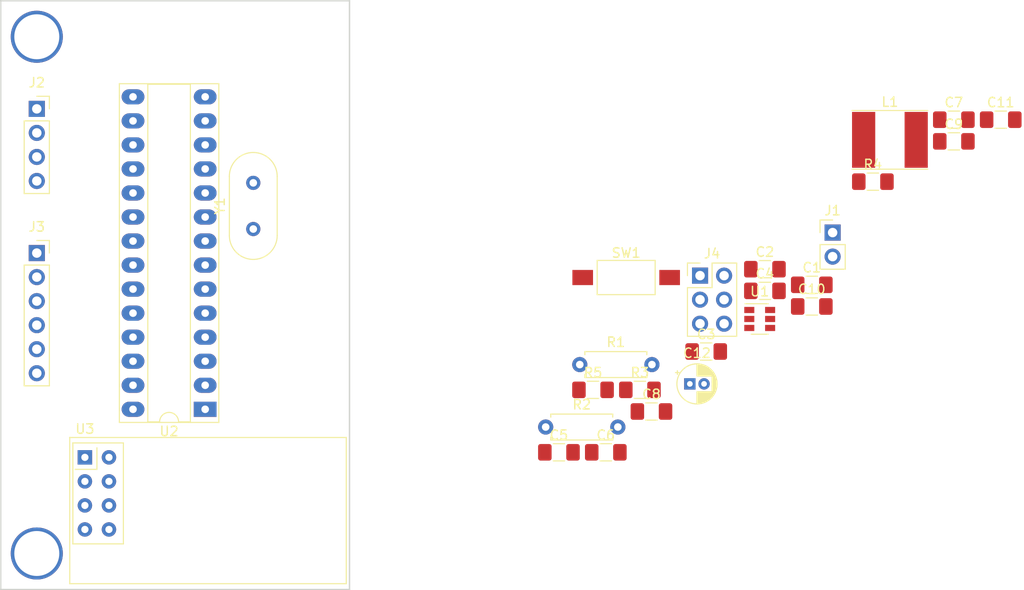
<source format=kicad_pcb>
(kicad_pcb (version 20171130) (host pcbnew "(5.0.2)-1")

  (general
    (thickness 1.6)
    (drawings 4)
    (tracks 2)
    (zones 0)
    (modules 27)
    (nets 31)
  )

  (page A4)
  (layers
    (0 F.Cu signal)
    (31 B.Cu signal)
    (32 B.Adhes user hide)
    (33 F.Adhes user hide)
    (34 B.Paste user hide)
    (35 F.Paste user hide)
    (36 B.SilkS user)
    (37 F.SilkS user)
    (38 B.Mask user)
    (39 F.Mask user)
    (40 Dwgs.User user)
    (41 Cmts.User user)
    (42 Eco1.User user hide)
    (43 Eco2.User user hide)
    (44 Edge.Cuts user)
    (45 Margin user)
    (46 B.CrtYd user)
    (47 F.CrtYd user)
    (48 B.Fab user)
    (49 F.Fab user)
  )

  (setup
    (last_trace_width 0.25)
    (trace_clearance 0.2)
    (zone_clearance 0.508)
    (zone_45_only no)
    (trace_min 0.2)
    (segment_width 0.2)
    (edge_width 0.15)
    (via_size 0.8)
    (via_drill 0.4)
    (via_min_size 0.4)
    (via_min_drill 0.3)
    (uvia_size 0.3)
    (uvia_drill 0.1)
    (uvias_allowed no)
    (uvia_min_size 0.2)
    (uvia_min_drill 0.1)
    (pcb_text_width 0.3)
    (pcb_text_size 1.5 1.5)
    (mod_edge_width 0.15)
    (mod_text_size 1 1)
    (mod_text_width 0.15)
    (pad_size 1.524 1.524)
    (pad_drill 0.762)
    (pad_to_mask_clearance 0.051)
    (solder_mask_min_width 0.25)
    (aux_axis_origin 0 0)
    (grid_origin 25.4 25.4)
    (visible_elements FFFFFF7F)
    (pcbplotparams
      (layerselection 0x010fc_ffffffff)
      (usegerberextensions false)
      (usegerberattributes false)
      (usegerberadvancedattributes false)
      (creategerberjobfile false)
      (excludeedgelayer true)
      (linewidth 0.100000)
      (plotframeref false)
      (viasonmask false)
      (mode 1)
      (useauxorigin false)
      (hpglpennumber 1)
      (hpglpenspeed 20)
      (hpglpendiameter 15.000000)
      (psnegative false)
      (psa4output false)
      (plotreference true)
      (plotvalue true)
      (plotinvisibletext false)
      (padsonsilk false)
      (subtractmaskfromsilk false)
      (outputformat 1)
      (mirror false)
      (drillshape 1)
      (scaleselection 1)
      (outputdirectory ""))
  )

  (net 0 "")
  (net 1 "Net-(R1-Pad2)")
  (net 2 Earth)
  (net 3 +3V3)
  (net 4 SDA)
  (net 5 SCL)
  (net 6 RESET)
  (net 7 CE)
  (net 8 CSN)
  (net 9 SCK)
  (net 10 MOSI)
  (net 11 MISO)
  (net 12 IRQ)
  (net 13 "Net-(L1-Pad2)")
  (net 14 "Net-(C1-Pad1)")
  (net 15 RXD)
  (net 16 TXD)
  (net 17 "Net-(U2-Pad5)")
  (net 18 "Net-(U2-Pad6)")
  (net 19 "Net-(C5-Pad2)")
  (net 20 "Net-(C3-Pad1)")
  (net 21 "Net-(U2-Pad23)")
  (net 22 "Net-(C4-Pad1)")
  (net 23 "Net-(U2-Pad24)")
  (net 24 "Net-(U2-Pad11)")
  (net 25 "Net-(U2-Pad25)")
  (net 26 "Net-(U2-Pad12)")
  (net 27 "Net-(U2-Pad26)")
  (net 28 "Net-(U2-Pad13)")
  (net 29 "Net-(U2-Pad14)")
  (net 30 DTR)

  (net_class Default "This is the default net class."
    (clearance 0.2)
    (trace_width 0.25)
    (via_dia 0.8)
    (via_drill 0.4)
    (uvia_dia 0.3)
    (uvia_drill 0.1)
    (add_net +3V3)
    (add_net CE)
    (add_net CSN)
    (add_net DTR)
    (add_net Earth)
    (add_net IRQ)
    (add_net MISO)
    (add_net MOSI)
    (add_net "Net-(C1-Pad1)")
    (add_net "Net-(C3-Pad1)")
    (add_net "Net-(C4-Pad1)")
    (add_net "Net-(C5-Pad2)")
    (add_net "Net-(L1-Pad2)")
    (add_net "Net-(R1-Pad2)")
    (add_net "Net-(U2-Pad11)")
    (add_net "Net-(U2-Pad12)")
    (add_net "Net-(U2-Pad13)")
    (add_net "Net-(U2-Pad14)")
    (add_net "Net-(U2-Pad23)")
    (add_net "Net-(U2-Pad24)")
    (add_net "Net-(U2-Pad25)")
    (add_net "Net-(U2-Pad26)")
    (add_net "Net-(U2-Pad5)")
    (add_net "Net-(U2-Pad6)")
    (add_net RESET)
    (add_net RXD)
    (add_net SCK)
    (add_net SCL)
    (add_net SDA)
    (add_net TXD)
  )

  (module Button_Switch_SMD:SW_SPST_FSMSM (layer F.Cu) (tedit 5A02FC95) (tstamp 5C32039E)
    (at 91.445001 54.655001)
    (descr http://www.te.com/commerce/DocumentDelivery/DDEController?Action=srchrtrv&DocNm=1437566-3&DocType=Customer+Drawing&DocLang=English)
    (tags "SPST button tactile switch")
    (path /5C3000C7)
    (attr smd)
    (fp_text reference SW1 (at 0 -2.6) (layer F.SilkS)
      (effects (font (size 1 1) (thickness 0.15)))
    )
    (fp_text value RESET (at 0 3) (layer F.Fab)
      (effects (font (size 1 1) (thickness 0.15)))
    )
    (fp_text user %R (at 0 -2.6) (layer F.Fab)
      (effects (font (size 1 1) (thickness 0.15)))
    )
    (fp_line (start -1.75 -1) (end 1.75 -1) (layer F.Fab) (width 0.1))
    (fp_line (start 1.75 -1) (end 1.75 1) (layer F.Fab) (width 0.1))
    (fp_line (start 1.75 1) (end -1.75 1) (layer F.Fab) (width 0.1))
    (fp_line (start -1.75 1) (end -1.75 -1) (layer F.Fab) (width 0.1))
    (fp_line (start -3.06 -1.81) (end 3.06 -1.81) (layer F.SilkS) (width 0.12))
    (fp_line (start 3.06 -1.81) (end 3.06 1.81) (layer F.SilkS) (width 0.12))
    (fp_line (start 3.06 1.81) (end -3.06 1.81) (layer F.SilkS) (width 0.12))
    (fp_line (start -3.06 1.81) (end -3.06 -1.81) (layer F.SilkS) (width 0.12))
    (fp_line (start -1.5 0.8) (end 1.5 0.8) (layer F.Fab) (width 0.1))
    (fp_line (start -1.5 -0.8) (end 1.5 -0.8) (layer F.Fab) (width 0.1))
    (fp_line (start 1.5 -0.8) (end 1.5 0.8) (layer F.Fab) (width 0.1))
    (fp_line (start -1.5 -0.8) (end -1.5 0.8) (layer F.Fab) (width 0.1))
    (fp_line (start -5.95 2) (end 5.95 2) (layer F.CrtYd) (width 0.05))
    (fp_line (start 5.95 -2) (end 5.95 2) (layer F.CrtYd) (width 0.05))
    (fp_line (start -3 1.75) (end 3 1.75) (layer F.Fab) (width 0.1))
    (fp_line (start -3 -1.75) (end 3 -1.75) (layer F.Fab) (width 0.1))
    (fp_line (start -3 -1.75) (end -3 1.75) (layer F.Fab) (width 0.1))
    (fp_line (start 3 -1.75) (end 3 1.75) (layer F.Fab) (width 0.1))
    (fp_line (start -5.95 -2) (end -5.95 2) (layer F.CrtYd) (width 0.05))
    (fp_line (start -5.95 -2) (end 5.95 -2) (layer F.CrtYd) (width 0.05))
    (pad 1 smd rect (at -4.59 0) (size 2.18 1.6) (layers F.Cu F.Paste F.Mask)
      (net 6 RESET))
    (pad 2 smd rect (at 4.59 0) (size 2.18 1.6) (layers F.Cu F.Paste F.Mask)
      (net 2 Earth))
    (model ${KISYS3DMOD}/Button_Switch_SMD.3dshapes/SW_SPST_FSMSM.wrl
      (at (xyz 0 0 0))
      (scale (xyz 1 1 1))
      (rotate (xyz 0 0 0))
    )
  )

  (module Capacitor_SMD:C_1206_3216Metric_Pad1.42x1.75mm_HandSolder (layer F.Cu) (tedit 5B301BBE) (tstamp 5C320383)
    (at 106.095001 53.775001)
    (descr "Capacitor SMD 1206 (3216 Metric), square (rectangular) end terminal, IPC_7351 nominal with elongated pad for handsoldering. (Body size source: http://www.tortai-tech.com/upload/download/2011102023233369053.pdf), generated with kicad-footprint-generator")
    (tags "capacitor handsolder")
    (path /5C2FBCD6)
    (attr smd)
    (fp_text reference C2 (at 0 -1.82) (layer F.SilkS)
      (effects (font (size 1 1) (thickness 0.15)))
    )
    (fp_text value 10u (at 0 1.82) (layer F.Fab)
      (effects (font (size 1 1) (thickness 0.15)))
    )
    (fp_line (start -1.6 0.8) (end -1.6 -0.8) (layer F.Fab) (width 0.1))
    (fp_line (start -1.6 -0.8) (end 1.6 -0.8) (layer F.Fab) (width 0.1))
    (fp_line (start 1.6 -0.8) (end 1.6 0.8) (layer F.Fab) (width 0.1))
    (fp_line (start 1.6 0.8) (end -1.6 0.8) (layer F.Fab) (width 0.1))
    (fp_line (start -0.602064 -0.91) (end 0.602064 -0.91) (layer F.SilkS) (width 0.12))
    (fp_line (start -0.602064 0.91) (end 0.602064 0.91) (layer F.SilkS) (width 0.12))
    (fp_line (start -2.45 1.12) (end -2.45 -1.12) (layer F.CrtYd) (width 0.05))
    (fp_line (start -2.45 -1.12) (end 2.45 -1.12) (layer F.CrtYd) (width 0.05))
    (fp_line (start 2.45 -1.12) (end 2.45 1.12) (layer F.CrtYd) (width 0.05))
    (fp_line (start 2.45 1.12) (end -2.45 1.12) (layer F.CrtYd) (width 0.05))
    (fp_text user %R (at 0 0) (layer F.Fab)
      (effects (font (size 0.8 0.8) (thickness 0.12)))
    )
    (pad 1 smd roundrect (at -1.4875 0) (size 1.425 1.75) (layers F.Cu F.Paste F.Mask) (roundrect_rratio 0.175439)
      (net 3 +3V3))
    (pad 2 smd roundrect (at 1.4875 0) (size 1.425 1.75) (layers F.Cu F.Paste F.Mask) (roundrect_rratio 0.175439)
      (net 2 Earth))
    (model ${KISYS3DMOD}/Capacitor_SMD.3dshapes/C_1206_3216Metric.wrl
      (at (xyz 0 0 0))
      (scale (xyz 1 1 1))
      (rotate (xyz 0 0 0))
    )
  )

  (module Capacitor_SMD:C_1206_3216Metric_Pad1.42x1.75mm_HandSolder (layer F.Cu) (tedit 5B301BBE) (tstamp 5C320372)
    (at 99.895001 62.475001)
    (descr "Capacitor SMD 1206 (3216 Metric), square (rectangular) end terminal, IPC_7351 nominal with elongated pad for handsoldering. (Body size source: http://www.tortai-tech.com/upload/download/2011102023233369053.pdf), generated with kicad-footprint-generator")
    (tags "capacitor handsolder")
    (path /5C2FE09F)
    (attr smd)
    (fp_text reference C3 (at 0 -1.82) (layer F.SilkS)
      (effects (font (size 1 1) (thickness 0.15)))
    )
    (fp_text value 22p (at 0 1.82) (layer F.Fab)
      (effects (font (size 1 1) (thickness 0.15)))
    )
    (fp_text user %R (at 0 0) (layer F.Fab)
      (effects (font (size 0.8 0.8) (thickness 0.12)))
    )
    (fp_line (start 2.45 1.12) (end -2.45 1.12) (layer F.CrtYd) (width 0.05))
    (fp_line (start 2.45 -1.12) (end 2.45 1.12) (layer F.CrtYd) (width 0.05))
    (fp_line (start -2.45 -1.12) (end 2.45 -1.12) (layer F.CrtYd) (width 0.05))
    (fp_line (start -2.45 1.12) (end -2.45 -1.12) (layer F.CrtYd) (width 0.05))
    (fp_line (start -0.602064 0.91) (end 0.602064 0.91) (layer F.SilkS) (width 0.12))
    (fp_line (start -0.602064 -0.91) (end 0.602064 -0.91) (layer F.SilkS) (width 0.12))
    (fp_line (start 1.6 0.8) (end -1.6 0.8) (layer F.Fab) (width 0.1))
    (fp_line (start 1.6 -0.8) (end 1.6 0.8) (layer F.Fab) (width 0.1))
    (fp_line (start -1.6 -0.8) (end 1.6 -0.8) (layer F.Fab) (width 0.1))
    (fp_line (start -1.6 0.8) (end -1.6 -0.8) (layer F.Fab) (width 0.1))
    (pad 2 smd roundrect (at 1.4875 0) (size 1.425 1.75) (layers F.Cu F.Paste F.Mask) (roundrect_rratio 0.175439)
      (net 2 Earth))
    (pad 1 smd roundrect (at -1.4875 0) (size 1.425 1.75) (layers F.Cu F.Paste F.Mask) (roundrect_rratio 0.175439)
      (net 20 "Net-(C3-Pad1)"))
    (model ${KISYS3DMOD}/Capacitor_SMD.3dshapes/C_1206_3216Metric.wrl
      (at (xyz 0 0 0))
      (scale (xyz 1 1 1))
      (rotate (xyz 0 0 0))
    )
  )

  (module Capacitor_SMD:C_1206_3216Metric_Pad1.42x1.75mm_HandSolder (layer F.Cu) (tedit 5B301BBE) (tstamp 5C320361)
    (at 106.095001 56.065001)
    (descr "Capacitor SMD 1206 (3216 Metric), square (rectangular) end terminal, IPC_7351 nominal with elongated pad for handsoldering. (Body size source: http://www.tortai-tech.com/upload/download/2011102023233369053.pdf), generated with kicad-footprint-generator")
    (tags "capacitor handsolder")
    (path /5C2FE27B)
    (attr smd)
    (fp_text reference C4 (at 0 -1.82) (layer F.SilkS)
      (effects (font (size 1 1) (thickness 0.15)))
    )
    (fp_text value 22p (at 0 1.82) (layer F.Fab)
      (effects (font (size 1 1) (thickness 0.15)))
    )
    (fp_line (start -1.6 0.8) (end -1.6 -0.8) (layer F.Fab) (width 0.1))
    (fp_line (start -1.6 -0.8) (end 1.6 -0.8) (layer F.Fab) (width 0.1))
    (fp_line (start 1.6 -0.8) (end 1.6 0.8) (layer F.Fab) (width 0.1))
    (fp_line (start 1.6 0.8) (end -1.6 0.8) (layer F.Fab) (width 0.1))
    (fp_line (start -0.602064 -0.91) (end 0.602064 -0.91) (layer F.SilkS) (width 0.12))
    (fp_line (start -0.602064 0.91) (end 0.602064 0.91) (layer F.SilkS) (width 0.12))
    (fp_line (start -2.45 1.12) (end -2.45 -1.12) (layer F.CrtYd) (width 0.05))
    (fp_line (start -2.45 -1.12) (end 2.45 -1.12) (layer F.CrtYd) (width 0.05))
    (fp_line (start 2.45 -1.12) (end 2.45 1.12) (layer F.CrtYd) (width 0.05))
    (fp_line (start 2.45 1.12) (end -2.45 1.12) (layer F.CrtYd) (width 0.05))
    (fp_text user %R (at 0 0) (layer F.Fab)
      (effects (font (size 0.8 0.8) (thickness 0.12)))
    )
    (pad 1 smd roundrect (at -1.4875 0) (size 1.425 1.75) (layers F.Cu F.Paste F.Mask) (roundrect_rratio 0.175439)
      (net 22 "Net-(C4-Pad1)"))
    (pad 2 smd roundrect (at 1.4875 0) (size 1.425 1.75) (layers F.Cu F.Paste F.Mask) (roundrect_rratio 0.175439)
      (net 2 Earth))
    (model ${KISYS3DMOD}/Capacitor_SMD.3dshapes/C_1206_3216Metric.wrl
      (at (xyz 0 0 0))
      (scale (xyz 1 1 1))
      (rotate (xyz 0 0 0))
    )
  )

  (module Capacitor_SMD:C_1206_3216Metric_Pad1.42x1.75mm_HandSolder (layer F.Cu) (tedit 5B301BBE) (tstamp 5C320350)
    (at 84.345001 73.125001)
    (descr "Capacitor SMD 1206 (3216 Metric), square (rectangular) end terminal, IPC_7351 nominal with elongated pad for handsoldering. (Body size source: http://www.tortai-tech.com/upload/download/2011102023233369053.pdf), generated with kicad-footprint-generator")
    (tags "capacitor handsolder")
    (path /5C2FEFB5)
    (attr smd)
    (fp_text reference C5 (at 0 -1.82) (layer F.SilkS)
      (effects (font (size 1 1) (thickness 0.15)))
    )
    (fp_text value 100n (at 0 1.82) (layer F.Fab)
      (effects (font (size 1 1) (thickness 0.15)))
    )
    (fp_text user %R (at 0 0) (layer F.Fab)
      (effects (font (size 0.8 0.8) (thickness 0.12)))
    )
    (fp_line (start 2.45 1.12) (end -2.45 1.12) (layer F.CrtYd) (width 0.05))
    (fp_line (start 2.45 -1.12) (end 2.45 1.12) (layer F.CrtYd) (width 0.05))
    (fp_line (start -2.45 -1.12) (end 2.45 -1.12) (layer F.CrtYd) (width 0.05))
    (fp_line (start -2.45 1.12) (end -2.45 -1.12) (layer F.CrtYd) (width 0.05))
    (fp_line (start -0.602064 0.91) (end 0.602064 0.91) (layer F.SilkS) (width 0.12))
    (fp_line (start -0.602064 -0.91) (end 0.602064 -0.91) (layer F.SilkS) (width 0.12))
    (fp_line (start 1.6 0.8) (end -1.6 0.8) (layer F.Fab) (width 0.1))
    (fp_line (start 1.6 -0.8) (end 1.6 0.8) (layer F.Fab) (width 0.1))
    (fp_line (start -1.6 -0.8) (end 1.6 -0.8) (layer F.Fab) (width 0.1))
    (fp_line (start -1.6 0.8) (end -1.6 -0.8) (layer F.Fab) (width 0.1))
    (pad 2 smd roundrect (at 1.4875 0) (size 1.425 1.75) (layers F.Cu F.Paste F.Mask) (roundrect_rratio 0.175439)
      (net 19 "Net-(C5-Pad2)"))
    (pad 1 smd roundrect (at -1.4875 0) (size 1.425 1.75) (layers F.Cu F.Paste F.Mask) (roundrect_rratio 0.175439)
      (net 2 Earth))
    (model ${KISYS3DMOD}/Capacitor_SMD.3dshapes/C_1206_3216Metric.wrl
      (at (xyz 0 0 0))
      (scale (xyz 1 1 1))
      (rotate (xyz 0 0 0))
    )
  )

  (module Capacitor_SMD:C_1206_3216Metric_Pad1.42x1.75mm_HandSolder (layer F.Cu) (tedit 5B301BBE) (tstamp 5C32033F)
    (at 89.295001 73.125001)
    (descr "Capacitor SMD 1206 (3216 Metric), square (rectangular) end terminal, IPC_7351 nominal with elongated pad for handsoldering. (Body size source: http://www.tortai-tech.com/upload/download/2011102023233369053.pdf), generated with kicad-footprint-generator")
    (tags "capacitor handsolder")
    (path /5C2FF189)
    (attr smd)
    (fp_text reference C6 (at 0 -1.82) (layer F.SilkS)
      (effects (font (size 1 1) (thickness 0.15)))
    )
    (fp_text value 100n (at 0 1.82) (layer F.Fab)
      (effects (font (size 1 1) (thickness 0.15)))
    )
    (fp_line (start -1.6 0.8) (end -1.6 -0.8) (layer F.Fab) (width 0.1))
    (fp_line (start -1.6 -0.8) (end 1.6 -0.8) (layer F.Fab) (width 0.1))
    (fp_line (start 1.6 -0.8) (end 1.6 0.8) (layer F.Fab) (width 0.1))
    (fp_line (start 1.6 0.8) (end -1.6 0.8) (layer F.Fab) (width 0.1))
    (fp_line (start -0.602064 -0.91) (end 0.602064 -0.91) (layer F.SilkS) (width 0.12))
    (fp_line (start -0.602064 0.91) (end 0.602064 0.91) (layer F.SilkS) (width 0.12))
    (fp_line (start -2.45 1.12) (end -2.45 -1.12) (layer F.CrtYd) (width 0.05))
    (fp_line (start -2.45 -1.12) (end 2.45 -1.12) (layer F.CrtYd) (width 0.05))
    (fp_line (start 2.45 -1.12) (end 2.45 1.12) (layer F.CrtYd) (width 0.05))
    (fp_line (start 2.45 1.12) (end -2.45 1.12) (layer F.CrtYd) (width 0.05))
    (fp_text user %R (at 0 0) (layer F.Fab)
      (effects (font (size 0.8 0.8) (thickness 0.12)))
    )
    (pad 1 smd roundrect (at -1.4875 0) (size 1.425 1.75) (layers F.Cu F.Paste F.Mask) (roundrect_rratio 0.175439)
      (net 3 +3V3))
    (pad 2 smd roundrect (at 1.4875 0) (size 1.425 1.75) (layers F.Cu F.Paste F.Mask) (roundrect_rratio 0.175439)
      (net 2 Earth))
    (model ${KISYS3DMOD}/Capacitor_SMD.3dshapes/C_1206_3216Metric.wrl
      (at (xyz 0 0 0))
      (scale (xyz 1 1 1))
      (rotate (xyz 0 0 0))
    )
  )

  (module Capacitor_SMD:C_1206_3216Metric_Pad1.42x1.75mm_HandSolder (layer F.Cu) (tedit 5B301BBE) (tstamp 5C32032E)
    (at 126.045001 37.975001)
    (descr "Capacitor SMD 1206 (3216 Metric), square (rectangular) end terminal, IPC_7351 nominal with elongated pad for handsoldering. (Body size source: http://www.tortai-tech.com/upload/download/2011102023233369053.pdf), generated with kicad-footprint-generator")
    (tags "capacitor handsolder")
    (path /5C2FF25B)
    (attr smd)
    (fp_text reference C7 (at 0 -1.82) (layer F.SilkS)
      (effects (font (size 1 1) (thickness 0.15)))
    )
    (fp_text value 100n (at 0 1.82) (layer F.Fab)
      (effects (font (size 1 1) (thickness 0.15)))
    )
    (fp_text user %R (at 0 0) (layer F.Fab)
      (effects (font (size 0.8 0.8) (thickness 0.12)))
    )
    (fp_line (start 2.45 1.12) (end -2.45 1.12) (layer F.CrtYd) (width 0.05))
    (fp_line (start 2.45 -1.12) (end 2.45 1.12) (layer F.CrtYd) (width 0.05))
    (fp_line (start -2.45 -1.12) (end 2.45 -1.12) (layer F.CrtYd) (width 0.05))
    (fp_line (start -2.45 1.12) (end -2.45 -1.12) (layer F.CrtYd) (width 0.05))
    (fp_line (start -0.602064 0.91) (end 0.602064 0.91) (layer F.SilkS) (width 0.12))
    (fp_line (start -0.602064 -0.91) (end 0.602064 -0.91) (layer F.SilkS) (width 0.12))
    (fp_line (start 1.6 0.8) (end -1.6 0.8) (layer F.Fab) (width 0.1))
    (fp_line (start 1.6 -0.8) (end 1.6 0.8) (layer F.Fab) (width 0.1))
    (fp_line (start -1.6 -0.8) (end 1.6 -0.8) (layer F.Fab) (width 0.1))
    (fp_line (start -1.6 0.8) (end -1.6 -0.8) (layer F.Fab) (width 0.1))
    (pad 2 smd roundrect (at 1.4875 0) (size 1.425 1.75) (layers F.Cu F.Paste F.Mask) (roundrect_rratio 0.175439)
      (net 3 +3V3))
    (pad 1 smd roundrect (at -1.4875 0) (size 1.425 1.75) (layers F.Cu F.Paste F.Mask) (roundrect_rratio 0.175439)
      (net 2 Earth))
    (model ${KISYS3DMOD}/Capacitor_SMD.3dshapes/C_1206_3216Metric.wrl
      (at (xyz 0 0 0))
      (scale (xyz 1 1 1))
      (rotate (xyz 0 0 0))
    )
  )

  (module Capacitor_SMD:C_1206_3216Metric_Pad1.42x1.75mm_HandSolder (layer F.Cu) (tedit 5B301BBE) (tstamp 5C32031D)
    (at 94.115001 68.815001)
    (descr "Capacitor SMD 1206 (3216 Metric), square (rectangular) end terminal, IPC_7351 nominal with elongated pad for handsoldering. (Body size source: http://www.tortai-tech.com/upload/download/2011102023233369053.pdf), generated with kicad-footprint-generator")
    (tags "capacitor handsolder")
    (path /5C300B28)
    (attr smd)
    (fp_text reference C8 (at 0 -1.82) (layer F.SilkS)
      (effects (font (size 1 1) (thickness 0.15)))
    )
    (fp_text value 100n (at 0 1.82) (layer F.Fab)
      (effects (font (size 1 1) (thickness 0.15)))
    )
    (fp_line (start -1.6 0.8) (end -1.6 -0.8) (layer F.Fab) (width 0.1))
    (fp_line (start -1.6 -0.8) (end 1.6 -0.8) (layer F.Fab) (width 0.1))
    (fp_line (start 1.6 -0.8) (end 1.6 0.8) (layer F.Fab) (width 0.1))
    (fp_line (start 1.6 0.8) (end -1.6 0.8) (layer F.Fab) (width 0.1))
    (fp_line (start -0.602064 -0.91) (end 0.602064 -0.91) (layer F.SilkS) (width 0.12))
    (fp_line (start -0.602064 0.91) (end 0.602064 0.91) (layer F.SilkS) (width 0.12))
    (fp_line (start -2.45 1.12) (end -2.45 -1.12) (layer F.CrtYd) (width 0.05))
    (fp_line (start -2.45 -1.12) (end 2.45 -1.12) (layer F.CrtYd) (width 0.05))
    (fp_line (start 2.45 -1.12) (end 2.45 1.12) (layer F.CrtYd) (width 0.05))
    (fp_line (start 2.45 1.12) (end -2.45 1.12) (layer F.CrtYd) (width 0.05))
    (fp_text user %R (at 0 0) (layer F.Fab)
      (effects (font (size 0.8 0.8) (thickness 0.12)))
    )
    (pad 1 smd roundrect (at -1.4875 0) (size 1.425 1.75) (layers F.Cu F.Paste F.Mask) (roundrect_rratio 0.175439)
      (net 6 RESET))
    (pad 2 smd roundrect (at 1.4875 0) (size 1.425 1.75) (layers F.Cu F.Paste F.Mask) (roundrect_rratio 0.175439)
      (net 30 DTR))
    (model ${KISYS3DMOD}/Capacitor_SMD.3dshapes/C_1206_3216Metric.wrl
      (at (xyz 0 0 0))
      (scale (xyz 1 1 1))
      (rotate (xyz 0 0 0))
    )
  )

  (module Capacitor_SMD:C_1206_3216Metric_Pad1.42x1.75mm_HandSolder (layer F.Cu) (tedit 5B301BBE) (tstamp 5C32030C)
    (at 126.045001 40.265001)
    (descr "Capacitor SMD 1206 (3216 Metric), square (rectangular) end terminal, IPC_7351 nominal with elongated pad for handsoldering. (Body size source: http://www.tortai-tech.com/upload/download/2011102023233369053.pdf), generated with kicad-footprint-generator")
    (tags "capacitor handsolder")
    (path /5C30526A)
    (attr smd)
    (fp_text reference C9 (at 0 -1.82) (layer F.SilkS)
      (effects (font (size 1 1) (thickness 0.15)))
    )
    (fp_text value 100n (at 0 1.82) (layer F.Fab)
      (effects (font (size 1 1) (thickness 0.15)))
    )
    (fp_text user %R (at 0 0) (layer F.Fab)
      (effects (font (size 0.8 0.8) (thickness 0.12)))
    )
    (fp_line (start 2.45 1.12) (end -2.45 1.12) (layer F.CrtYd) (width 0.05))
    (fp_line (start 2.45 -1.12) (end 2.45 1.12) (layer F.CrtYd) (width 0.05))
    (fp_line (start -2.45 -1.12) (end 2.45 -1.12) (layer F.CrtYd) (width 0.05))
    (fp_line (start -2.45 1.12) (end -2.45 -1.12) (layer F.CrtYd) (width 0.05))
    (fp_line (start -0.602064 0.91) (end 0.602064 0.91) (layer F.SilkS) (width 0.12))
    (fp_line (start -0.602064 -0.91) (end 0.602064 -0.91) (layer F.SilkS) (width 0.12))
    (fp_line (start 1.6 0.8) (end -1.6 0.8) (layer F.Fab) (width 0.1))
    (fp_line (start 1.6 -0.8) (end 1.6 0.8) (layer F.Fab) (width 0.1))
    (fp_line (start -1.6 -0.8) (end 1.6 -0.8) (layer F.Fab) (width 0.1))
    (fp_line (start -1.6 0.8) (end -1.6 -0.8) (layer F.Fab) (width 0.1))
    (pad 2 smd roundrect (at 1.4875 0) (size 1.425 1.75) (layers F.Cu F.Paste F.Mask) (roundrect_rratio 0.175439)
      (net 2 Earth))
    (pad 1 smd roundrect (at -1.4875 0) (size 1.425 1.75) (layers F.Cu F.Paste F.Mask) (roundrect_rratio 0.175439)
      (net 3 +3V3))
    (model ${KISYS3DMOD}/Capacitor_SMD.3dshapes/C_1206_3216Metric.wrl
      (at (xyz 0 0 0))
      (scale (xyz 1 1 1))
      (rotate (xyz 0 0 0))
    )
  )

  (module Capacitor_SMD:C_1206_3216Metric_Pad1.42x1.75mm_HandSolder (layer F.Cu) (tedit 5B301BBE) (tstamp 5C3202FB)
    (at 111.045001 57.715001)
    (descr "Capacitor SMD 1206 (3216 Metric), square (rectangular) end terminal, IPC_7351 nominal with elongated pad for handsoldering. (Body size source: http://www.tortai-tech.com/upload/download/2011102023233369053.pdf), generated with kicad-footprint-generator")
    (tags "capacitor handsolder")
    (path /5C30E018)
    (attr smd)
    (fp_text reference C10 (at 0 -1.82) (layer F.SilkS)
      (effects (font (size 1 1) (thickness 0.15)))
    )
    (fp_text value 100n (at 0 1.82) (layer F.Fab)
      (effects (font (size 1 1) (thickness 0.15)))
    )
    (fp_line (start -1.6 0.8) (end -1.6 -0.8) (layer F.Fab) (width 0.1))
    (fp_line (start -1.6 -0.8) (end 1.6 -0.8) (layer F.Fab) (width 0.1))
    (fp_line (start 1.6 -0.8) (end 1.6 0.8) (layer F.Fab) (width 0.1))
    (fp_line (start 1.6 0.8) (end -1.6 0.8) (layer F.Fab) (width 0.1))
    (fp_line (start -0.602064 -0.91) (end 0.602064 -0.91) (layer F.SilkS) (width 0.12))
    (fp_line (start -0.602064 0.91) (end 0.602064 0.91) (layer F.SilkS) (width 0.12))
    (fp_line (start -2.45 1.12) (end -2.45 -1.12) (layer F.CrtYd) (width 0.05))
    (fp_line (start -2.45 -1.12) (end 2.45 -1.12) (layer F.CrtYd) (width 0.05))
    (fp_line (start 2.45 -1.12) (end 2.45 1.12) (layer F.CrtYd) (width 0.05))
    (fp_line (start 2.45 1.12) (end -2.45 1.12) (layer F.CrtYd) (width 0.05))
    (fp_text user %R (at 0 0) (layer F.Fab)
      (effects (font (size 0.8 0.8) (thickness 0.12)))
    )
    (pad 1 smd roundrect (at -1.4875 0) (size 1.425 1.75) (layers F.Cu F.Paste F.Mask) (roundrect_rratio 0.175439)
      (net 3 +3V3))
    (pad 2 smd roundrect (at 1.4875 0) (size 1.425 1.75) (layers F.Cu F.Paste F.Mask) (roundrect_rratio 0.175439)
      (net 2 Earth))
    (model ${KISYS3DMOD}/Capacitor_SMD.3dshapes/C_1206_3216Metric.wrl
      (at (xyz 0 0 0))
      (scale (xyz 1 1 1))
      (rotate (xyz 0 0 0))
    )
  )

  (module Capacitor_SMD:C_1206_3216Metric_Pad1.42x1.75mm_HandSolder (layer F.Cu) (tedit 5B301BBE) (tstamp 5C3202EA)
    (at 130.995001 37.975001)
    (descr "Capacitor SMD 1206 (3216 Metric), square (rectangular) end terminal, IPC_7351 nominal with elongated pad for handsoldering. (Body size source: http://www.tortai-tech.com/upload/download/2011102023233369053.pdf), generated with kicad-footprint-generator")
    (tags "capacitor handsolder")
    (path /5C320E17)
    (attr smd)
    (fp_text reference C11 (at 0 -1.82) (layer F.SilkS)
      (effects (font (size 1 1) (thickness 0.15)))
    )
    (fp_text value 100n (at 0 1.82) (layer F.Fab)
      (effects (font (size 1 1) (thickness 0.15)))
    )
    (fp_text user %R (at 0 0) (layer F.Fab)
      (effects (font (size 0.8 0.8) (thickness 0.12)))
    )
    (fp_line (start 2.45 1.12) (end -2.45 1.12) (layer F.CrtYd) (width 0.05))
    (fp_line (start 2.45 -1.12) (end 2.45 1.12) (layer F.CrtYd) (width 0.05))
    (fp_line (start -2.45 -1.12) (end 2.45 -1.12) (layer F.CrtYd) (width 0.05))
    (fp_line (start -2.45 1.12) (end -2.45 -1.12) (layer F.CrtYd) (width 0.05))
    (fp_line (start -0.602064 0.91) (end 0.602064 0.91) (layer F.SilkS) (width 0.12))
    (fp_line (start -0.602064 -0.91) (end 0.602064 -0.91) (layer F.SilkS) (width 0.12))
    (fp_line (start 1.6 0.8) (end -1.6 0.8) (layer F.Fab) (width 0.1))
    (fp_line (start 1.6 -0.8) (end 1.6 0.8) (layer F.Fab) (width 0.1))
    (fp_line (start -1.6 -0.8) (end 1.6 -0.8) (layer F.Fab) (width 0.1))
    (fp_line (start -1.6 0.8) (end -1.6 -0.8) (layer F.Fab) (width 0.1))
    (pad 2 smd roundrect (at 1.4875 0) (size 1.425 1.75) (layers F.Cu F.Paste F.Mask) (roundrect_rratio 0.175439)
      (net 2 Earth))
    (pad 1 smd roundrect (at -1.4875 0) (size 1.425 1.75) (layers F.Cu F.Paste F.Mask) (roundrect_rratio 0.175439)
      (net 3 +3V3))
    (model ${KISYS3DMOD}/Capacitor_SMD.3dshapes/C_1206_3216Metric.wrl
      (at (xyz 0 0 0))
      (scale (xyz 1 1 1))
      (rotate (xyz 0 0 0))
    )
  )

  (module Capacitor_SMD:C_1206_3216Metric_Pad1.42x1.75mm_HandSolder (layer F.Cu) (tedit 5B301BBE) (tstamp 5C3202D9)
    (at 111.045001 55.425001)
    (descr "Capacitor SMD 1206 (3216 Metric), square (rectangular) end terminal, IPC_7351 nominal with elongated pad for handsoldering. (Body size source: http://www.tortai-tech.com/upload/download/2011102023233369053.pdf), generated with kicad-footprint-generator")
    (tags "capacitor handsolder")
    (path /5C2FBC1E)
    (attr smd)
    (fp_text reference C1 (at 0 -1.82) (layer F.SilkS)
      (effects (font (size 1 1) (thickness 0.15)))
    )
    (fp_text value 4.7u (at 0 1.82) (layer F.Fab)
      (effects (font (size 1 1) (thickness 0.15)))
    )
    (fp_line (start -1.6 0.8) (end -1.6 -0.8) (layer F.Fab) (width 0.1))
    (fp_line (start -1.6 -0.8) (end 1.6 -0.8) (layer F.Fab) (width 0.1))
    (fp_line (start 1.6 -0.8) (end 1.6 0.8) (layer F.Fab) (width 0.1))
    (fp_line (start 1.6 0.8) (end -1.6 0.8) (layer F.Fab) (width 0.1))
    (fp_line (start -0.602064 -0.91) (end 0.602064 -0.91) (layer F.SilkS) (width 0.12))
    (fp_line (start -0.602064 0.91) (end 0.602064 0.91) (layer F.SilkS) (width 0.12))
    (fp_line (start -2.45 1.12) (end -2.45 -1.12) (layer F.CrtYd) (width 0.05))
    (fp_line (start -2.45 -1.12) (end 2.45 -1.12) (layer F.CrtYd) (width 0.05))
    (fp_line (start 2.45 -1.12) (end 2.45 1.12) (layer F.CrtYd) (width 0.05))
    (fp_line (start 2.45 1.12) (end -2.45 1.12) (layer F.CrtYd) (width 0.05))
    (fp_text user %R (at 0 0) (layer F.Fab)
      (effects (font (size 0.8 0.8) (thickness 0.12)))
    )
    (pad 1 smd roundrect (at -1.4875 0) (size 1.425 1.75) (layers F.Cu F.Paste F.Mask) (roundrect_rratio 0.175439)
      (net 14 "Net-(C1-Pad1)"))
    (pad 2 smd roundrect (at 1.4875 0) (size 1.425 1.75) (layers F.Cu F.Paste F.Mask) (roundrect_rratio 0.175439)
      (net 2 Earth))
    (model ${KISYS3DMOD}/Capacitor_SMD.3dshapes/C_1206_3216Metric.wrl
      (at (xyz 0 0 0))
      (scale (xyz 1 1 1))
      (rotate (xyz 0 0 0))
    )
  )

  (module Capacitor_THT:CP_Radial_D4.0mm_P1.50mm (layer F.Cu) (tedit 5AE50EF0) (tstamp 5C3202C8)
    (at 98.169802 65.895001)
    (descr "CP, Radial series, Radial, pin pitch=1.50mm, , diameter=4mm, Electrolytic Capacitor")
    (tags "CP Radial series Radial pin pitch 1.50mm  diameter 4mm Electrolytic Capacitor")
    (path /5C32E105)
    (fp_text reference C12 (at 0.75 -3.25) (layer F.SilkS)
      (effects (font (size 1 1) (thickness 0.15)))
    )
    (fp_text value 10u (at 0.75 3.25) (layer F.Fab)
      (effects (font (size 1 1) (thickness 0.15)))
    )
    (fp_circle (center 0.75 0) (end 2.75 0) (layer F.Fab) (width 0.1))
    (fp_circle (center 0.75 0) (end 2.87 0) (layer F.SilkS) (width 0.12))
    (fp_circle (center 0.75 0) (end 3 0) (layer F.CrtYd) (width 0.05))
    (fp_line (start -0.952554 -0.8675) (end -0.552554 -0.8675) (layer F.Fab) (width 0.1))
    (fp_line (start -0.752554 -1.0675) (end -0.752554 -0.6675) (layer F.Fab) (width 0.1))
    (fp_line (start 0.75 0.84) (end 0.75 2.08) (layer F.SilkS) (width 0.12))
    (fp_line (start 0.75 -2.08) (end 0.75 -0.84) (layer F.SilkS) (width 0.12))
    (fp_line (start 0.79 0.84) (end 0.79 2.08) (layer F.SilkS) (width 0.12))
    (fp_line (start 0.79 -2.08) (end 0.79 -0.84) (layer F.SilkS) (width 0.12))
    (fp_line (start 0.83 0.84) (end 0.83 2.079) (layer F.SilkS) (width 0.12))
    (fp_line (start 0.83 -2.079) (end 0.83 -0.84) (layer F.SilkS) (width 0.12))
    (fp_line (start 0.87 -2.077) (end 0.87 -0.84) (layer F.SilkS) (width 0.12))
    (fp_line (start 0.87 0.84) (end 0.87 2.077) (layer F.SilkS) (width 0.12))
    (fp_line (start 0.91 -2.074) (end 0.91 -0.84) (layer F.SilkS) (width 0.12))
    (fp_line (start 0.91 0.84) (end 0.91 2.074) (layer F.SilkS) (width 0.12))
    (fp_line (start 0.95 -2.071) (end 0.95 -0.84) (layer F.SilkS) (width 0.12))
    (fp_line (start 0.95 0.84) (end 0.95 2.071) (layer F.SilkS) (width 0.12))
    (fp_line (start 0.99 -2.067) (end 0.99 -0.84) (layer F.SilkS) (width 0.12))
    (fp_line (start 0.99 0.84) (end 0.99 2.067) (layer F.SilkS) (width 0.12))
    (fp_line (start 1.03 -2.062) (end 1.03 -0.84) (layer F.SilkS) (width 0.12))
    (fp_line (start 1.03 0.84) (end 1.03 2.062) (layer F.SilkS) (width 0.12))
    (fp_line (start 1.07 -2.056) (end 1.07 -0.84) (layer F.SilkS) (width 0.12))
    (fp_line (start 1.07 0.84) (end 1.07 2.056) (layer F.SilkS) (width 0.12))
    (fp_line (start 1.11 -2.05) (end 1.11 -0.84) (layer F.SilkS) (width 0.12))
    (fp_line (start 1.11 0.84) (end 1.11 2.05) (layer F.SilkS) (width 0.12))
    (fp_line (start 1.15 -2.042) (end 1.15 -0.84) (layer F.SilkS) (width 0.12))
    (fp_line (start 1.15 0.84) (end 1.15 2.042) (layer F.SilkS) (width 0.12))
    (fp_line (start 1.19 -2.034) (end 1.19 -0.84) (layer F.SilkS) (width 0.12))
    (fp_line (start 1.19 0.84) (end 1.19 2.034) (layer F.SilkS) (width 0.12))
    (fp_line (start 1.23 -2.025) (end 1.23 -0.84) (layer F.SilkS) (width 0.12))
    (fp_line (start 1.23 0.84) (end 1.23 2.025) (layer F.SilkS) (width 0.12))
    (fp_line (start 1.27 -2.016) (end 1.27 -0.84) (layer F.SilkS) (width 0.12))
    (fp_line (start 1.27 0.84) (end 1.27 2.016) (layer F.SilkS) (width 0.12))
    (fp_line (start 1.31 -2.005) (end 1.31 -0.84) (layer F.SilkS) (width 0.12))
    (fp_line (start 1.31 0.84) (end 1.31 2.005) (layer F.SilkS) (width 0.12))
    (fp_line (start 1.35 -1.994) (end 1.35 -0.84) (layer F.SilkS) (width 0.12))
    (fp_line (start 1.35 0.84) (end 1.35 1.994) (layer F.SilkS) (width 0.12))
    (fp_line (start 1.39 -1.982) (end 1.39 -0.84) (layer F.SilkS) (width 0.12))
    (fp_line (start 1.39 0.84) (end 1.39 1.982) (layer F.SilkS) (width 0.12))
    (fp_line (start 1.43 -1.968) (end 1.43 -0.84) (layer F.SilkS) (width 0.12))
    (fp_line (start 1.43 0.84) (end 1.43 1.968) (layer F.SilkS) (width 0.12))
    (fp_line (start 1.471 -1.954) (end 1.471 -0.84) (layer F.SilkS) (width 0.12))
    (fp_line (start 1.471 0.84) (end 1.471 1.954) (layer F.SilkS) (width 0.12))
    (fp_line (start 1.511 -1.94) (end 1.511 -0.84) (layer F.SilkS) (width 0.12))
    (fp_line (start 1.511 0.84) (end 1.511 1.94) (layer F.SilkS) (width 0.12))
    (fp_line (start 1.551 -1.924) (end 1.551 -0.84) (layer F.SilkS) (width 0.12))
    (fp_line (start 1.551 0.84) (end 1.551 1.924) (layer F.SilkS) (width 0.12))
    (fp_line (start 1.591 -1.907) (end 1.591 -0.84) (layer F.SilkS) (width 0.12))
    (fp_line (start 1.591 0.84) (end 1.591 1.907) (layer F.SilkS) (width 0.12))
    (fp_line (start 1.631 -1.889) (end 1.631 -0.84) (layer F.SilkS) (width 0.12))
    (fp_line (start 1.631 0.84) (end 1.631 1.889) (layer F.SilkS) (width 0.12))
    (fp_line (start 1.671 -1.87) (end 1.671 -0.84) (layer F.SilkS) (width 0.12))
    (fp_line (start 1.671 0.84) (end 1.671 1.87) (layer F.SilkS) (width 0.12))
    (fp_line (start 1.711 -1.851) (end 1.711 -0.84) (layer F.SilkS) (width 0.12))
    (fp_line (start 1.711 0.84) (end 1.711 1.851) (layer F.SilkS) (width 0.12))
    (fp_line (start 1.751 -1.83) (end 1.751 -0.84) (layer F.SilkS) (width 0.12))
    (fp_line (start 1.751 0.84) (end 1.751 1.83) (layer F.SilkS) (width 0.12))
    (fp_line (start 1.791 -1.808) (end 1.791 -0.84) (layer F.SilkS) (width 0.12))
    (fp_line (start 1.791 0.84) (end 1.791 1.808) (layer F.SilkS) (width 0.12))
    (fp_line (start 1.831 -1.785) (end 1.831 -0.84) (layer F.SilkS) (width 0.12))
    (fp_line (start 1.831 0.84) (end 1.831 1.785) (layer F.SilkS) (width 0.12))
    (fp_line (start 1.871 -1.76) (end 1.871 -0.84) (layer F.SilkS) (width 0.12))
    (fp_line (start 1.871 0.84) (end 1.871 1.76) (layer F.SilkS) (width 0.12))
    (fp_line (start 1.911 -1.735) (end 1.911 -0.84) (layer F.SilkS) (width 0.12))
    (fp_line (start 1.911 0.84) (end 1.911 1.735) (layer F.SilkS) (width 0.12))
    (fp_line (start 1.951 -1.708) (end 1.951 -0.84) (layer F.SilkS) (width 0.12))
    (fp_line (start 1.951 0.84) (end 1.951 1.708) (layer F.SilkS) (width 0.12))
    (fp_line (start 1.991 -1.68) (end 1.991 -0.84) (layer F.SilkS) (width 0.12))
    (fp_line (start 1.991 0.84) (end 1.991 1.68) (layer F.SilkS) (width 0.12))
    (fp_line (start 2.031 -1.65) (end 2.031 -0.84) (layer F.SilkS) (width 0.12))
    (fp_line (start 2.031 0.84) (end 2.031 1.65) (layer F.SilkS) (width 0.12))
    (fp_line (start 2.071 -1.619) (end 2.071 -0.84) (layer F.SilkS) (width 0.12))
    (fp_line (start 2.071 0.84) (end 2.071 1.619) (layer F.SilkS) (width 0.12))
    (fp_line (start 2.111 -1.587) (end 2.111 -0.84) (layer F.SilkS) (width 0.12))
    (fp_line (start 2.111 0.84) (end 2.111 1.587) (layer F.SilkS) (width 0.12))
    (fp_line (start 2.151 -1.552) (end 2.151 -0.84) (layer F.SilkS) (width 0.12))
    (fp_line (start 2.151 0.84) (end 2.151 1.552) (layer F.SilkS) (width 0.12))
    (fp_line (start 2.191 -1.516) (end 2.191 -0.84) (layer F.SilkS) (width 0.12))
    (fp_line (start 2.191 0.84) (end 2.191 1.516) (layer F.SilkS) (width 0.12))
    (fp_line (start 2.231 -1.478) (end 2.231 -0.84) (layer F.SilkS) (width 0.12))
    (fp_line (start 2.231 0.84) (end 2.231 1.478) (layer F.SilkS) (width 0.12))
    (fp_line (start 2.271 -1.438) (end 2.271 -0.84) (layer F.SilkS) (width 0.12))
    (fp_line (start 2.271 0.84) (end 2.271 1.438) (layer F.SilkS) (width 0.12))
    (fp_line (start 2.311 -1.396) (end 2.311 -0.84) (layer F.SilkS) (width 0.12))
    (fp_line (start 2.311 0.84) (end 2.311 1.396) (layer F.SilkS) (width 0.12))
    (fp_line (start 2.351 -1.351) (end 2.351 1.351) (layer F.SilkS) (width 0.12))
    (fp_line (start 2.391 -1.304) (end 2.391 1.304) (layer F.SilkS) (width 0.12))
    (fp_line (start 2.431 -1.254) (end 2.431 1.254) (layer F.SilkS) (width 0.12))
    (fp_line (start 2.471 -1.2) (end 2.471 1.2) (layer F.SilkS) (width 0.12))
    (fp_line (start 2.511 -1.142) (end 2.511 1.142) (layer F.SilkS) (width 0.12))
    (fp_line (start 2.551 -1.08) (end 2.551 1.08) (layer F.SilkS) (width 0.12))
    (fp_line (start 2.591 -1.013) (end 2.591 1.013) (layer F.SilkS) (width 0.12))
    (fp_line (start 2.631 -0.94) (end 2.631 0.94) (layer F.SilkS) (width 0.12))
    (fp_line (start 2.671 -0.859) (end 2.671 0.859) (layer F.SilkS) (width 0.12))
    (fp_line (start 2.711 -0.768) (end 2.711 0.768) (layer F.SilkS) (width 0.12))
    (fp_line (start 2.751 -0.664) (end 2.751 0.664) (layer F.SilkS) (width 0.12))
    (fp_line (start 2.791 -0.537) (end 2.791 0.537) (layer F.SilkS) (width 0.12))
    (fp_line (start 2.831 -0.37) (end 2.831 0.37) (layer F.SilkS) (width 0.12))
    (fp_line (start -1.519801 -1.195) (end -1.119801 -1.195) (layer F.SilkS) (width 0.12))
    (fp_line (start -1.319801 -1.395) (end -1.319801 -0.995) (layer F.SilkS) (width 0.12))
    (fp_text user %R (at 0.75 0) (layer F.Fab)
      (effects (font (size 0.8 0.8) (thickness 0.12)))
    )
    (pad 1 thru_hole rect (at 0 0) (size 1.2 1.2) (drill 0.6) (layers *.Cu *.Mask)
      (net 3 +3V3))
    (pad 2 thru_hole circle (at 1.5 0) (size 1.2 1.2) (drill 0.6) (layers *.Cu *.Mask)
      (net 2 Earth))
    (model ${KISYS3DMOD}/Capacitor_THT.3dshapes/CP_Radial_D4.0mm_P1.50mm.wrl
      (at (xyz 0 0 0))
      (scale (xyz 1 1 1))
      (rotate (xyz 0 0 0))
    )
  )

  (module Connector_PinHeader_2.54mm:PinHeader_1x02_P2.54mm_Vertical (layer F.Cu) (tedit 59FED5CC) (tstamp 5C32025D)
    (at 113.245001 49.905001)
    (descr "Through hole straight pin header, 1x02, 2.54mm pitch, single row")
    (tags "Through hole pin header THT 1x02 2.54mm single row")
    (path /5C2FC689)
    (fp_text reference J1 (at 0 -2.33) (layer F.SilkS)
      (effects (font (size 1 1) (thickness 0.15)))
    )
    (fp_text value BatteryIN (at 0 4.87) (layer F.Fab)
      (effects (font (size 1 1) (thickness 0.15)))
    )
    (fp_line (start -0.635 -1.27) (end 1.27 -1.27) (layer F.Fab) (width 0.1))
    (fp_line (start 1.27 -1.27) (end 1.27 3.81) (layer F.Fab) (width 0.1))
    (fp_line (start 1.27 3.81) (end -1.27 3.81) (layer F.Fab) (width 0.1))
    (fp_line (start -1.27 3.81) (end -1.27 -0.635) (layer F.Fab) (width 0.1))
    (fp_line (start -1.27 -0.635) (end -0.635 -1.27) (layer F.Fab) (width 0.1))
    (fp_line (start -1.33 3.87) (end 1.33 3.87) (layer F.SilkS) (width 0.12))
    (fp_line (start -1.33 1.27) (end -1.33 3.87) (layer F.SilkS) (width 0.12))
    (fp_line (start 1.33 1.27) (end 1.33 3.87) (layer F.SilkS) (width 0.12))
    (fp_line (start -1.33 1.27) (end 1.33 1.27) (layer F.SilkS) (width 0.12))
    (fp_line (start -1.33 0) (end -1.33 -1.33) (layer F.SilkS) (width 0.12))
    (fp_line (start -1.33 -1.33) (end 0 -1.33) (layer F.SilkS) (width 0.12))
    (fp_line (start -1.8 -1.8) (end -1.8 4.35) (layer F.CrtYd) (width 0.05))
    (fp_line (start -1.8 4.35) (end 1.8 4.35) (layer F.CrtYd) (width 0.05))
    (fp_line (start 1.8 4.35) (end 1.8 -1.8) (layer F.CrtYd) (width 0.05))
    (fp_line (start 1.8 -1.8) (end -1.8 -1.8) (layer F.CrtYd) (width 0.05))
    (fp_text user %R (at 0 1.27 90) (layer F.Fab)
      (effects (font (size 1 1) (thickness 0.15)))
    )
    (pad 1 thru_hole rect (at 0 0) (size 1.7 1.7) (drill 1) (layers *.Cu *.Mask)
      (net 14 "Net-(C1-Pad1)"))
    (pad 2 thru_hole oval (at 0 2.54) (size 1.7 1.7) (drill 1) (layers *.Cu *.Mask)
      (net 2 Earth))
    (model ${KISYS3DMOD}/Connector_PinHeader_2.54mm.3dshapes/PinHeader_1x02_P2.54mm_Vertical.wrl
      (at (xyz 0 0 0))
      (scale (xyz 1 1 1))
      (rotate (xyz 0 0 0))
    )
  )

  (module Connector_PinHeader_2.54mm:PinHeader_2x03_P2.54mm_Vertical (layer F.Cu) (tedit 59FED5CC) (tstamp 5C320247)
    (at 99.245001 54.455001)
    (descr "Through hole straight pin header, 2x03, 2.54mm pitch, double rows")
    (tags "Through hole pin header THT 2x03 2.54mm double row")
    (path /5C31CF46)
    (fp_text reference J4 (at 1.27 -2.33) (layer F.SilkS)
      (effects (font (size 1 1) (thickness 0.15)))
    )
    (fp_text value ICSP (at 1.27 7.41) (layer F.Fab)
      (effects (font (size 1 1) (thickness 0.15)))
    )
    (fp_line (start 0 -1.27) (end 3.81 -1.27) (layer F.Fab) (width 0.1))
    (fp_line (start 3.81 -1.27) (end 3.81 6.35) (layer F.Fab) (width 0.1))
    (fp_line (start 3.81 6.35) (end -1.27 6.35) (layer F.Fab) (width 0.1))
    (fp_line (start -1.27 6.35) (end -1.27 0) (layer F.Fab) (width 0.1))
    (fp_line (start -1.27 0) (end 0 -1.27) (layer F.Fab) (width 0.1))
    (fp_line (start -1.33 6.41) (end 3.87 6.41) (layer F.SilkS) (width 0.12))
    (fp_line (start -1.33 1.27) (end -1.33 6.41) (layer F.SilkS) (width 0.12))
    (fp_line (start 3.87 -1.33) (end 3.87 6.41) (layer F.SilkS) (width 0.12))
    (fp_line (start -1.33 1.27) (end 1.27 1.27) (layer F.SilkS) (width 0.12))
    (fp_line (start 1.27 1.27) (end 1.27 -1.33) (layer F.SilkS) (width 0.12))
    (fp_line (start 1.27 -1.33) (end 3.87 -1.33) (layer F.SilkS) (width 0.12))
    (fp_line (start -1.33 0) (end -1.33 -1.33) (layer F.SilkS) (width 0.12))
    (fp_line (start -1.33 -1.33) (end 0 -1.33) (layer F.SilkS) (width 0.12))
    (fp_line (start -1.8 -1.8) (end -1.8 6.85) (layer F.CrtYd) (width 0.05))
    (fp_line (start -1.8 6.85) (end 4.35 6.85) (layer F.CrtYd) (width 0.05))
    (fp_line (start 4.35 6.85) (end 4.35 -1.8) (layer F.CrtYd) (width 0.05))
    (fp_line (start 4.35 -1.8) (end -1.8 -1.8) (layer F.CrtYd) (width 0.05))
    (fp_text user %R (at 1.27 2.54 90) (layer F.Fab)
      (effects (font (size 1 1) (thickness 0.15)))
    )
    (pad 1 thru_hole rect (at 0 0) (size 1.7 1.7) (drill 1) (layers *.Cu *.Mask)
      (net 11 MISO))
    (pad 2 thru_hole oval (at 2.54 0) (size 1.7 1.7) (drill 1) (layers *.Cu *.Mask)
      (net 3 +3V3))
    (pad 3 thru_hole oval (at 0 2.54) (size 1.7 1.7) (drill 1) (layers *.Cu *.Mask)
      (net 9 SCK))
    (pad 4 thru_hole oval (at 2.54 2.54) (size 1.7 1.7) (drill 1) (layers *.Cu *.Mask)
      (net 10 MOSI))
    (pad 5 thru_hole oval (at 0 5.08) (size 1.7 1.7) (drill 1) (layers *.Cu *.Mask)
      (net 6 RESET))
    (pad 6 thru_hole oval (at 2.54 5.08) (size 1.7 1.7) (drill 1) (layers *.Cu *.Mask)
      (net 2 Earth))
    (model ${KISYS3DMOD}/Connector_PinHeader_2.54mm.3dshapes/PinHeader_2x03_P2.54mm_Vertical.wrl
      (at (xyz 0 0 0))
      (scale (xyz 1 1 1))
      (rotate (xyz 0 0 0))
    )
  )

  (module Connector_PinSocket_2.54mm:PinSocket_1x04_P2.54mm_Vertical (layer F.Cu) (tedit 5A19A429) (tstamp 5C32022B)
    (at 29.21 36.83)
    (descr "Through hole straight socket strip, 1x04, 2.54mm pitch, single row (from Kicad 4.0.7), script generated")
    (tags "Through hole socket strip THT 1x04 2.54mm single row")
    (path /5C30238F)
    (fp_text reference J2 (at 0 -2.77) (layer F.SilkS)
      (effects (font (size 1 1) (thickness 0.15)))
    )
    (fp_text value toBME280 (at 0 10.39) (layer F.Fab)
      (effects (font (size 1 1) (thickness 0.15)))
    )
    (fp_line (start -1.27 -1.27) (end 0.635 -1.27) (layer F.Fab) (width 0.1))
    (fp_line (start 0.635 -1.27) (end 1.27 -0.635) (layer F.Fab) (width 0.1))
    (fp_line (start 1.27 -0.635) (end 1.27 8.89) (layer F.Fab) (width 0.1))
    (fp_line (start 1.27 8.89) (end -1.27 8.89) (layer F.Fab) (width 0.1))
    (fp_line (start -1.27 8.89) (end -1.27 -1.27) (layer F.Fab) (width 0.1))
    (fp_line (start -1.33 1.27) (end 1.33 1.27) (layer F.SilkS) (width 0.12))
    (fp_line (start -1.33 1.27) (end -1.33 8.95) (layer F.SilkS) (width 0.12))
    (fp_line (start -1.33 8.95) (end 1.33 8.95) (layer F.SilkS) (width 0.12))
    (fp_line (start 1.33 1.27) (end 1.33 8.95) (layer F.SilkS) (width 0.12))
    (fp_line (start 1.33 -1.33) (end 1.33 0) (layer F.SilkS) (width 0.12))
    (fp_line (start 0 -1.33) (end 1.33 -1.33) (layer F.SilkS) (width 0.12))
    (fp_line (start -1.8 -1.8) (end 1.75 -1.8) (layer F.CrtYd) (width 0.05))
    (fp_line (start 1.75 -1.8) (end 1.75 9.4) (layer F.CrtYd) (width 0.05))
    (fp_line (start 1.75 9.4) (end -1.8 9.4) (layer F.CrtYd) (width 0.05))
    (fp_line (start -1.8 9.4) (end -1.8 -1.8) (layer F.CrtYd) (width 0.05))
    (fp_text user %R (at 0 3.81 90) (layer F.Fab)
      (effects (font (size 1 1) (thickness 0.15)))
    )
    (pad 1 thru_hole rect (at 0 0) (size 1.7 1.7) (drill 1) (layers *.Cu *.Mask)
      (net 3 +3V3))
    (pad 2 thru_hole oval (at 0 2.54) (size 1.7 1.7) (drill 1) (layers *.Cu *.Mask)
      (net 2 Earth))
    (pad 3 thru_hole oval (at 0 5.08) (size 1.7 1.7) (drill 1) (layers *.Cu *.Mask)
      (net 5 SCL))
    (pad 4 thru_hole oval (at 0 7.62) (size 1.7 1.7) (drill 1) (layers *.Cu *.Mask)
      (net 4 SDA))
    (model ${KISYS3DMOD}/Connector_PinSocket_2.54mm.3dshapes/PinSocket_1x04_P2.54mm_Vertical.wrl
      (at (xyz 0 0 0))
      (scale (xyz 1 1 1))
      (rotate (xyz 0 0 0))
    )
  )

  (module Connector_PinSocket_2.54mm:PinSocket_1x06_P2.54mm_Vertical (layer F.Cu) (tedit 5A19A430) (tstamp 5C320213)
    (at 29.21 52.07)
    (descr "Through hole straight socket strip, 1x06, 2.54mm pitch, single row (from Kicad 4.0.7), script generated")
    (tags "Through hole socket strip THT 1x06 2.54mm single row")
    (path /5C30CF6A)
    (fp_text reference J3 (at 0 -2.77) (layer F.SilkS)
      (effects (font (size 1 1) (thickness 0.15)))
    )
    (fp_text value FTDI (at 0 15.47) (layer F.Fab)
      (effects (font (size 1 1) (thickness 0.15)))
    )
    (fp_line (start -1.27 -1.27) (end 0.635 -1.27) (layer F.Fab) (width 0.1))
    (fp_line (start 0.635 -1.27) (end 1.27 -0.635) (layer F.Fab) (width 0.1))
    (fp_line (start 1.27 -0.635) (end 1.27 13.97) (layer F.Fab) (width 0.1))
    (fp_line (start 1.27 13.97) (end -1.27 13.97) (layer F.Fab) (width 0.1))
    (fp_line (start -1.27 13.97) (end -1.27 -1.27) (layer F.Fab) (width 0.1))
    (fp_line (start -1.33 1.27) (end 1.33 1.27) (layer F.SilkS) (width 0.12))
    (fp_line (start -1.33 1.27) (end -1.33 14.03) (layer F.SilkS) (width 0.12))
    (fp_line (start -1.33 14.03) (end 1.33 14.03) (layer F.SilkS) (width 0.12))
    (fp_line (start 1.33 1.27) (end 1.33 14.03) (layer F.SilkS) (width 0.12))
    (fp_line (start 1.33 -1.33) (end 1.33 0) (layer F.SilkS) (width 0.12))
    (fp_line (start 0 -1.33) (end 1.33 -1.33) (layer F.SilkS) (width 0.12))
    (fp_line (start -1.8 -1.8) (end 1.75 -1.8) (layer F.CrtYd) (width 0.05))
    (fp_line (start 1.75 -1.8) (end 1.75 14.45) (layer F.CrtYd) (width 0.05))
    (fp_line (start 1.75 14.45) (end -1.8 14.45) (layer F.CrtYd) (width 0.05))
    (fp_line (start -1.8 14.45) (end -1.8 -1.8) (layer F.CrtYd) (width 0.05))
    (fp_text user %R (at 0 6.35 90) (layer F.Fab)
      (effects (font (size 1 1) (thickness 0.15)))
    )
    (pad 1 thru_hole rect (at 0 0) (size 1.7 1.7) (drill 1) (layers *.Cu *.Mask)
      (net 2 Earth))
    (pad 2 thru_hole oval (at 0 2.54) (size 1.7 1.7) (drill 1) (layers *.Cu *.Mask)
      (net 2 Earth))
    (pad 3 thru_hole oval (at 0 5.08) (size 1.7 1.7) (drill 1) (layers *.Cu *.Mask)
      (net 3 +3V3))
    (pad 4 thru_hole oval (at 0 7.62) (size 1.7 1.7) (drill 1) (layers *.Cu *.Mask)
      (net 15 RXD))
    (pad 5 thru_hole oval (at 0 10.16) (size 1.7 1.7) (drill 1) (layers *.Cu *.Mask)
      (net 16 TXD))
    (pad 6 thru_hole oval (at 0 12.7) (size 1.7 1.7) (drill 1) (layers *.Cu *.Mask)
      (net 30 DTR))
    (model ${KISYS3DMOD}/Connector_PinSocket_2.54mm.3dshapes/PinSocket_1x06_P2.54mm_Vertical.wrl
      (at (xyz 0 0 0))
      (scale (xyz 1 1 1))
      (rotate (xyz 0 0 0))
    )
  )

  (module Crystal:Crystal_HC49-U_Vertical (layer F.Cu) (tedit 5A1AD3B8) (tstamp 5C3201F9)
    (at 52.07 49.53 90)
    (descr "Crystal THT HC-49/U http://5hertz.com/pdfs/04404_D.pdf")
    (tags "THT crystalHC-49/U")
    (path /5C2FDF60)
    (fp_text reference Y1 (at 2.44 -3.525 90) (layer F.SilkS)
      (effects (font (size 1 1) (thickness 0.15)))
    )
    (fp_text value 8Mhz (at 2.44 3.525 90) (layer F.Fab)
      (effects (font (size 1 1) (thickness 0.15)))
    )
    (fp_text user %R (at 2.44 0 90) (layer F.Fab)
      (effects (font (size 1 1) (thickness 0.15)))
    )
    (fp_line (start -0.685 -2.325) (end 5.565 -2.325) (layer F.Fab) (width 0.1))
    (fp_line (start -0.685 2.325) (end 5.565 2.325) (layer F.Fab) (width 0.1))
    (fp_line (start -0.56 -2) (end 5.44 -2) (layer F.Fab) (width 0.1))
    (fp_line (start -0.56 2) (end 5.44 2) (layer F.Fab) (width 0.1))
    (fp_line (start -0.685 -2.525) (end 5.565 -2.525) (layer F.SilkS) (width 0.12))
    (fp_line (start -0.685 2.525) (end 5.565 2.525) (layer F.SilkS) (width 0.12))
    (fp_line (start -3.5 -2.8) (end -3.5 2.8) (layer F.CrtYd) (width 0.05))
    (fp_line (start -3.5 2.8) (end 8.4 2.8) (layer F.CrtYd) (width 0.05))
    (fp_line (start 8.4 2.8) (end 8.4 -2.8) (layer F.CrtYd) (width 0.05))
    (fp_line (start 8.4 -2.8) (end -3.5 -2.8) (layer F.CrtYd) (width 0.05))
    (fp_arc (start -0.685 0) (end -0.685 -2.325) (angle -180) (layer F.Fab) (width 0.1))
    (fp_arc (start 5.565 0) (end 5.565 -2.325) (angle 180) (layer F.Fab) (width 0.1))
    (fp_arc (start -0.56 0) (end -0.56 -2) (angle -180) (layer F.Fab) (width 0.1))
    (fp_arc (start 5.44 0) (end 5.44 -2) (angle 180) (layer F.Fab) (width 0.1))
    (fp_arc (start -0.685 0) (end -0.685 -2.525) (angle -180) (layer F.SilkS) (width 0.12))
    (fp_arc (start 5.565 0) (end 5.565 -2.525) (angle 180) (layer F.SilkS) (width 0.12))
    (pad 1 thru_hole circle (at 0 0 90) (size 1.5 1.5) (drill 0.8) (layers *.Cu *.Mask)
      (net 20 "Net-(C3-Pad1)"))
    (pad 2 thru_hole circle (at 4.88 0 90) (size 1.5 1.5) (drill 0.8) (layers *.Cu *.Mask)
      (net 22 "Net-(C4-Pad1)"))
    (model ${KISYS3DMOD}/Crystal.3dshapes/Crystal_HC49-U_Vertical.wrl
      (at (xyz 0 0 0))
      (scale (xyz 1 1 1))
      (rotate (xyz 0 0 0))
    )
  )

  (module Inductor_SMD:L_Taiyo-Yuden_NR-60xx_HandSoldering (layer F.Cu) (tedit 5990349D) (tstamp 5C3201E2)
    (at 119.295001 40.105001)
    (descr "Inductor, Taiyo Yuden, NR series, Taiyo-Yuden_NR-60xx, 6.0mmx6.0mm")
    (tags "inductor taiyo-yuden nr smd")
    (path /5C2F1ED2)
    (attr smd)
    (fp_text reference L1 (at 0 -4) (layer F.SilkS)
      (effects (font (size 1 1) (thickness 0.15)))
    )
    (fp_text value 4.7uH (at 0 4.5) (layer F.Fab)
      (effects (font (size 1 1) (thickness 0.15)))
    )
    (fp_text user %R (at 0 0) (layer F.Fab)
      (effects (font (size 1 1) (thickness 0.15)))
    )
    (fp_line (start -3 0) (end -3 -2) (layer F.Fab) (width 0.1))
    (fp_line (start -3 -2) (end -2 -3) (layer F.Fab) (width 0.1))
    (fp_line (start -2 -3) (end 0 -3) (layer F.Fab) (width 0.1))
    (fp_line (start 3 0) (end 3 -2) (layer F.Fab) (width 0.1))
    (fp_line (start 3 -2) (end 2 -3) (layer F.Fab) (width 0.1))
    (fp_line (start 2 -3) (end 0 -3) (layer F.Fab) (width 0.1))
    (fp_line (start 3 0) (end 3 2) (layer F.Fab) (width 0.1))
    (fp_line (start 3 2) (end 2 3) (layer F.Fab) (width 0.1))
    (fp_line (start 2 3) (end 0 3) (layer F.Fab) (width 0.1))
    (fp_line (start -3 0) (end -3 2) (layer F.Fab) (width 0.1))
    (fp_line (start -3 2) (end -2 3) (layer F.Fab) (width 0.1))
    (fp_line (start -2 3) (end 0 3) (layer F.Fab) (width 0.1))
    (fp_line (start -4 -3.1) (end 4 -3.1) (layer F.SilkS) (width 0.12))
    (fp_line (start -4 3.1) (end 4 3.1) (layer F.SilkS) (width 0.12))
    (fp_line (start -4.25 -3.25) (end -4.25 3.25) (layer F.CrtYd) (width 0.05))
    (fp_line (start -4.25 3.25) (end 4.25 3.25) (layer F.CrtYd) (width 0.05))
    (fp_line (start 4.25 3.25) (end 4.25 -3.25) (layer F.CrtYd) (width 0.05))
    (fp_line (start 4.25 -3.25) (end -4.25 -3.25) (layer F.CrtYd) (width 0.05))
    (pad 1 smd rect (at -2.775 0) (size 2.45 5.9) (layers F.Cu F.Paste F.Mask)
      (net 14 "Net-(C1-Pad1)"))
    (pad 2 smd rect (at 2.775 0) (size 2.45 5.9) (layers F.Cu F.Paste F.Mask)
      (net 13 "Net-(L1-Pad2)"))
    (model ${KISYS3DMOD}/Inductor_SMD.3dshapes/L_Taiyo-Yuden_NR-60xx.wrl
      (at (xyz 0 0 0))
      (scale (xyz 1 1 1))
      (rotate (xyz 0 0 0))
    )
  )

  (module Package_DIP:DIP-28_W7.62mm_Socket_LongPads (layer F.Cu) (tedit 5A02E8C5) (tstamp 5C3201C9)
    (at 46.99 68.58 180)
    (descr "28-lead though-hole mounted DIP package, row spacing 7.62 mm (300 mils), Socket, LongPads")
    (tags "THT DIP DIL PDIP 2.54mm 7.62mm 300mil Socket LongPads")
    (path /5C2FD92C)
    (fp_text reference U2 (at 3.81 -2.33 180) (layer F.SilkS)
      (effects (font (size 1 1) (thickness 0.15)))
    )
    (fp_text value ATmega328-PU (at 3.81 35.35 180) (layer F.Fab)
      (effects (font (size 1 1) (thickness 0.15)))
    )
    (fp_arc (start 3.81 -1.33) (end 2.81 -1.33) (angle -180) (layer F.SilkS) (width 0.12))
    (fp_line (start 1.635 -1.27) (end 6.985 -1.27) (layer F.Fab) (width 0.1))
    (fp_line (start 6.985 -1.27) (end 6.985 34.29) (layer F.Fab) (width 0.1))
    (fp_line (start 6.985 34.29) (end 0.635 34.29) (layer F.Fab) (width 0.1))
    (fp_line (start 0.635 34.29) (end 0.635 -0.27) (layer F.Fab) (width 0.1))
    (fp_line (start 0.635 -0.27) (end 1.635 -1.27) (layer F.Fab) (width 0.1))
    (fp_line (start -1.27 -1.33) (end -1.27 34.35) (layer F.Fab) (width 0.1))
    (fp_line (start -1.27 34.35) (end 8.89 34.35) (layer F.Fab) (width 0.1))
    (fp_line (start 8.89 34.35) (end 8.89 -1.33) (layer F.Fab) (width 0.1))
    (fp_line (start 8.89 -1.33) (end -1.27 -1.33) (layer F.Fab) (width 0.1))
    (fp_line (start 2.81 -1.33) (end 1.56 -1.33) (layer F.SilkS) (width 0.12))
    (fp_line (start 1.56 -1.33) (end 1.56 34.35) (layer F.SilkS) (width 0.12))
    (fp_line (start 1.56 34.35) (end 6.06 34.35) (layer F.SilkS) (width 0.12))
    (fp_line (start 6.06 34.35) (end 6.06 -1.33) (layer F.SilkS) (width 0.12))
    (fp_line (start 6.06 -1.33) (end 4.81 -1.33) (layer F.SilkS) (width 0.12))
    (fp_line (start -1.44 -1.39) (end -1.44 34.41) (layer F.SilkS) (width 0.12))
    (fp_line (start -1.44 34.41) (end 9.06 34.41) (layer F.SilkS) (width 0.12))
    (fp_line (start 9.06 34.41) (end 9.06 -1.39) (layer F.SilkS) (width 0.12))
    (fp_line (start 9.06 -1.39) (end -1.44 -1.39) (layer F.SilkS) (width 0.12))
    (fp_line (start -1.55 -1.6) (end -1.55 34.65) (layer F.CrtYd) (width 0.05))
    (fp_line (start -1.55 34.65) (end 9.15 34.65) (layer F.CrtYd) (width 0.05))
    (fp_line (start 9.15 34.65) (end 9.15 -1.6) (layer F.CrtYd) (width 0.05))
    (fp_line (start 9.15 -1.6) (end -1.55 -1.6) (layer F.CrtYd) (width 0.05))
    (fp_text user %R (at 3.81 16.51 180) (layer F.Fab)
      (effects (font (size 1 1) (thickness 0.15)))
    )
    (pad 1 thru_hole rect (at 0 0 180) (size 2.4 1.6) (drill 0.8) (layers *.Cu *.Mask)
      (net 6 RESET))
    (pad 15 thru_hole oval (at 7.62 33.02 180) (size 2.4 1.6) (drill 0.8) (layers *.Cu *.Mask)
      (net 7 CE))
    (pad 2 thru_hole oval (at 0 2.54 180) (size 2.4 1.6) (drill 0.8) (layers *.Cu *.Mask)
      (net 15 RXD))
    (pad 16 thru_hole oval (at 7.62 30.48 180) (size 2.4 1.6) (drill 0.8) (layers *.Cu *.Mask)
      (net 8 CSN))
    (pad 3 thru_hole oval (at 0 5.08 180) (size 2.4 1.6) (drill 0.8) (layers *.Cu *.Mask)
      (net 16 TXD))
    (pad 17 thru_hole oval (at 7.62 27.94 180) (size 2.4 1.6) (drill 0.8) (layers *.Cu *.Mask)
      (net 10 MOSI))
    (pad 4 thru_hole oval (at 0 7.62 180) (size 2.4 1.6) (drill 0.8) (layers *.Cu *.Mask)
      (net 12 IRQ))
    (pad 18 thru_hole oval (at 7.62 25.4 180) (size 2.4 1.6) (drill 0.8) (layers *.Cu *.Mask)
      (net 11 MISO))
    (pad 5 thru_hole oval (at 0 10.16 180) (size 2.4 1.6) (drill 0.8) (layers *.Cu *.Mask)
      (net 17 "Net-(U2-Pad5)"))
    (pad 19 thru_hole oval (at 7.62 22.86 180) (size 2.4 1.6) (drill 0.8) (layers *.Cu *.Mask)
      (net 9 SCK))
    (pad 6 thru_hole oval (at 0 12.7 180) (size 2.4 1.6) (drill 0.8) (layers *.Cu *.Mask)
      (net 18 "Net-(U2-Pad6)"))
    (pad 20 thru_hole oval (at 7.62 20.32 180) (size 2.4 1.6) (drill 0.8) (layers *.Cu *.Mask)
      (net 3 +3V3))
    (pad 7 thru_hole oval (at 0 15.24 180) (size 2.4 1.6) (drill 0.8) (layers *.Cu *.Mask)
      (net 3 +3V3))
    (pad 21 thru_hole oval (at 7.62 17.78 180) (size 2.4 1.6) (drill 0.8) (layers *.Cu *.Mask)
      (net 19 "Net-(C5-Pad2)"))
    (pad 8 thru_hole oval (at 0 17.78 180) (size 2.4 1.6) (drill 0.8) (layers *.Cu *.Mask)
      (net 2 Earth))
    (pad 22 thru_hole oval (at 7.62 15.24 180) (size 2.4 1.6) (drill 0.8) (layers *.Cu *.Mask)
      (net 2 Earth))
    (pad 9 thru_hole oval (at 0 20.32 180) (size 2.4 1.6) (drill 0.8) (layers *.Cu *.Mask)
      (net 20 "Net-(C3-Pad1)"))
    (pad 23 thru_hole oval (at 7.62 12.7 180) (size 2.4 1.6) (drill 0.8) (layers *.Cu *.Mask)
      (net 21 "Net-(U2-Pad23)"))
    (pad 10 thru_hole oval (at 0 22.86 180) (size 2.4 1.6) (drill 0.8) (layers *.Cu *.Mask)
      (net 22 "Net-(C4-Pad1)"))
    (pad 24 thru_hole oval (at 7.62 10.16 180) (size 2.4 1.6) (drill 0.8) (layers *.Cu *.Mask)
      (net 23 "Net-(U2-Pad24)"))
    (pad 11 thru_hole oval (at 0 25.4 180) (size 2.4 1.6) (drill 0.8) (layers *.Cu *.Mask)
      (net 24 "Net-(U2-Pad11)"))
    (pad 25 thru_hole oval (at 7.62 7.62 180) (size 2.4 1.6) (drill 0.8) (layers *.Cu *.Mask)
      (net 25 "Net-(U2-Pad25)"))
    (pad 12 thru_hole oval (at 0 27.94 180) (size 2.4 1.6) (drill 0.8) (layers *.Cu *.Mask)
      (net 26 "Net-(U2-Pad12)"))
    (pad 26 thru_hole oval (at 7.62 5.08 180) (size 2.4 1.6) (drill 0.8) (layers *.Cu *.Mask)
      (net 27 "Net-(U2-Pad26)"))
    (pad 13 thru_hole oval (at 0 30.48 180) (size 2.4 1.6) (drill 0.8) (layers *.Cu *.Mask)
      (net 28 "Net-(U2-Pad13)"))
    (pad 27 thru_hole oval (at 7.62 2.54 180) (size 2.4 1.6) (drill 0.8) (layers *.Cu *.Mask)
      (net 4 SDA))
    (pad 14 thru_hole oval (at 0 33.02 180) (size 2.4 1.6) (drill 0.8) (layers *.Cu *.Mask)
      (net 29 "Net-(U2-Pad14)"))
    (pad 28 thru_hole oval (at 7.62 0 180) (size 2.4 1.6) (drill 0.8) (layers *.Cu *.Mask)
      (net 5 SCL))
    (model ${KISYS3DMOD}/Package_DIP.3dshapes/DIP-28_W7.62mm_Socket.wrl
      (at (xyz 0 0 0))
      (scale (xyz 1 1 1))
      (rotate (xyz 0 0 0))
    )
  )

  (module Package_TO_SOT_SMD:SOT-23-6 (layer F.Cu) (tedit 5A02FF57) (tstamp 5C320191)
    (at 105.545001 59.035001)
    (descr "6-pin SOT-23 package")
    (tags SOT-23-6)
    (path /5C2F1D67)
    (attr smd)
    (fp_text reference U1 (at 0 -2.9) (layer F.SilkS)
      (effects (font (size 1 1) (thickness 0.15)))
    )
    (fp_text value MCP1640CH (at 0 2.9) (layer F.Fab)
      (effects (font (size 1 1) (thickness 0.15)))
    )
    (fp_text user %R (at 0 0 90) (layer F.Fab)
      (effects (font (size 0.5 0.5) (thickness 0.075)))
    )
    (fp_line (start -0.9 1.61) (end 0.9 1.61) (layer F.SilkS) (width 0.12))
    (fp_line (start 0.9 -1.61) (end -1.55 -1.61) (layer F.SilkS) (width 0.12))
    (fp_line (start 1.9 -1.8) (end -1.9 -1.8) (layer F.CrtYd) (width 0.05))
    (fp_line (start 1.9 1.8) (end 1.9 -1.8) (layer F.CrtYd) (width 0.05))
    (fp_line (start -1.9 1.8) (end 1.9 1.8) (layer F.CrtYd) (width 0.05))
    (fp_line (start -1.9 -1.8) (end -1.9 1.8) (layer F.CrtYd) (width 0.05))
    (fp_line (start -0.9 -0.9) (end -0.25 -1.55) (layer F.Fab) (width 0.1))
    (fp_line (start 0.9 -1.55) (end -0.25 -1.55) (layer F.Fab) (width 0.1))
    (fp_line (start -0.9 -0.9) (end -0.9 1.55) (layer F.Fab) (width 0.1))
    (fp_line (start 0.9 1.55) (end -0.9 1.55) (layer F.Fab) (width 0.1))
    (fp_line (start 0.9 -1.55) (end 0.9 1.55) (layer F.Fab) (width 0.1))
    (pad 1 smd rect (at -1.1 -0.95) (size 1.06 0.65) (layers F.Cu F.Paste F.Mask)
      (net 13 "Net-(L1-Pad2)"))
    (pad 2 smd rect (at -1.1 0) (size 1.06 0.65) (layers F.Cu F.Paste F.Mask)
      (net 2 Earth))
    (pad 3 smd rect (at -1.1 0.95) (size 1.06 0.65) (layers F.Cu F.Paste F.Mask)
      (net 14 "Net-(C1-Pad1)"))
    (pad 4 smd rect (at 1.1 0.95) (size 1.06 0.65) (layers F.Cu F.Paste F.Mask)
      (net 1 "Net-(R1-Pad2)"))
    (pad 6 smd rect (at 1.1 -0.95) (size 1.06 0.65) (layers F.Cu F.Paste F.Mask)
      (net 14 "Net-(C1-Pad1)"))
    (pad 5 smd rect (at 1.1 0) (size 1.06 0.65) (layers F.Cu F.Paste F.Mask)
      (net 3 +3V3))
    (model ${KISYS3DMOD}/Package_TO_SOT_SMD.3dshapes/SOT-23-6.wrl
      (at (xyz 0 0 0))
      (scale (xyz 1 1 1))
      (rotate (xyz 0 0 0))
    )
  )

  (module RF_Module:nRF24L01_Breakout (layer F.Cu) (tedit 5A056C61) (tstamp 5C32017B)
    (at 34.29 73.66)
    (descr "nRF24L01 breakout board")
    (tags "nRF24L01 adapter breakout")
    (path /5C32DECD)
    (fp_text reference U3 (at 0 -3) (layer F.SilkS)
      (effects (font (size 1 1) (thickness 0.15)))
    )
    (fp_text value NRF24L01_Breakout (at 13 5) (layer F.Fab)
      (effects (font (size 1 1) (thickness 0.15)))
    )
    (fp_line (start -1.5 -2) (end 27.5 -2) (layer F.Fab) (width 0.1))
    (fp_line (start 27.5 -2) (end 27.5 13.25) (layer F.Fab) (width 0.1))
    (fp_line (start 27.5 13.25) (end -1.5 13.25) (layer F.Fab) (width 0.1))
    (fp_line (start -1.5 13.25) (end -1.5 -2) (layer F.Fab) (width 0.1))
    (fp_line (start -1.5 -2) (end -1.5 -2) (layer F.Fab) (width 0.1))
    (fp_line (start -1.27 -1.27) (end 3.81 -1.27) (layer F.Fab) (width 0.1))
    (fp_line (start 3.81 -1.27) (end 3.81 8.89) (layer F.Fab) (width 0.1))
    (fp_line (start 3.81 8.89) (end -1.27 8.89) (layer F.Fab) (width 0.1))
    (fp_line (start -1.27 8.89) (end -1.27 -1.27) (layer F.Fab) (width 0.1))
    (fp_line (start -1.27 -1.27) (end -1.27 -1.27) (layer F.Fab) (width 0.1))
    (fp_line (start -1.27 -1.524) (end 4.064 -1.524) (layer F.SilkS) (width 0.12))
    (fp_line (start 4.064 -1.524) (end 4.064 9.144) (layer F.SilkS) (width 0.12))
    (fp_line (start 4.064 9.144) (end -1.27 9.144) (layer F.SilkS) (width 0.12))
    (fp_line (start -1.27 9.144) (end -1.27 9.144) (layer F.SilkS) (width 0.12))
    (fp_line (start 1.27 -1.016) (end 1.27 1.27) (layer F.SilkS) (width 0.12))
    (fp_line (start 1.27 1.27) (end -1.016 1.27) (layer F.SilkS) (width 0.12))
    (fp_line (start -1.016 1.27) (end -1.016 1.27) (layer F.SilkS) (width 0.12))
    (fp_line (start -1.6 -2.1) (end 27.6 -2.1) (layer F.SilkS) (width 0.12))
    (fp_line (start 27.6 -2.1) (end 27.6 13.35) (layer F.SilkS) (width 0.12))
    (fp_line (start 27.6 13.35) (end -1.6 13.35) (layer F.SilkS) (width 0.12))
    (fp_line (start -1.6 13.35) (end -1.6 -2.1) (layer F.SilkS) (width 0.12))
    (fp_line (start -1.6 -2.1) (end -1.6 -2.1) (layer F.SilkS) (width 0.12))
    (fp_line (start -1.27 9.144) (end -1.27 -1.524) (layer F.SilkS) (width 0.12))
    (fp_line (start -1.27 -1.524) (end -1.27 -1.524) (layer F.SilkS) (width 0.12))
    (fp_line (start 27.75 -2.25) (end -1.75 -2.25) (layer F.CrtYd) (width 0.05))
    (fp_line (start -1.75 -2.25) (end -1.75 13.5) (layer F.CrtYd) (width 0.05))
    (fp_line (start -1.75 13.5) (end 27.75 13.5) (layer F.CrtYd) (width 0.05))
    (fp_line (start 27.75 13.5) (end 27.75 -2.25) (layer F.CrtYd) (width 0.05))
    (fp_line (start 27.75 -2.25) (end 27.75 -2.25) (layer F.CrtYd) (width 0.05))
    (fp_text user %R (at 12.5 2.5) (layer F.Fab)
      (effects (font (size 1 1) (thickness 0.15)))
    )
    (pad 1 thru_hole rect (at 0 0) (size 1.524 1.524) (drill 0.762) (layers *.Cu *.Mask)
      (net 2 Earth))
    (pad 2 thru_hole circle (at 2.54 0) (size 1.524 1.524) (drill 0.762) (layers *.Cu *.Mask)
      (net 3 +3V3))
    (pad 3 thru_hole circle (at 0 2.54) (size 1.524 1.524) (drill 0.762) (layers *.Cu *.Mask)
      (net 7 CE))
    (pad 4 thru_hole circle (at 2.54 2.54) (size 1.524 1.524) (drill 0.762) (layers *.Cu *.Mask)
      (net 8 CSN))
    (pad 5 thru_hole circle (at 0 5.08) (size 1.524 1.524) (drill 0.762) (layers *.Cu *.Mask)
      (net 9 SCK))
    (pad 6 thru_hole circle (at 2.54 5.08) (size 1.524 1.524) (drill 0.762) (layers *.Cu *.Mask)
      (net 10 MOSI))
    (pad 7 thru_hole circle (at 0 7.62) (size 1.524 1.524) (drill 0.762) (layers *.Cu *.Mask)
      (net 11 MISO))
    (pad 8 thru_hole circle (at 2.54 7.62) (size 1.524 1.524) (drill 0.762) (layers *.Cu *.Mask)
      (net 12 IRQ))
    (model ${KISYS3DMOD}/RF_Module.3dshapes/nRF24L01_Breakout.wrl
      (at (xyz 0 0 0))
      (scale (xyz 1 1 1))
      (rotate (xyz 0 0 0))
    )
  )

  (module Resistor_SMD:R_1206_3216Metric_Pad1.42x1.75mm_HandSolder (layer F.Cu) (tedit 5B301BBD) (tstamp 5C320151)
    (at 92.895001 66.525001)
    (descr "Resistor SMD 1206 (3216 Metric), square (rectangular) end terminal, IPC_7351 nominal with elongated pad for handsoldering. (Body size source: http://www.tortai-tech.com/upload/download/2011102023233369053.pdf), generated with kicad-footprint-generator")
    (tags "resistor handsolder")
    (path /5C2FFA21)
    (attr smd)
    (fp_text reference R3 (at 0 -1.82) (layer F.SilkS)
      (effects (font (size 1 1) (thickness 0.15)))
    )
    (fp_text value 10k (at 0 1.82) (layer F.Fab)
      (effects (font (size 1 1) (thickness 0.15)))
    )
    (fp_line (start -1.6 0.8) (end -1.6 -0.8) (layer F.Fab) (width 0.1))
    (fp_line (start -1.6 -0.8) (end 1.6 -0.8) (layer F.Fab) (width 0.1))
    (fp_line (start 1.6 -0.8) (end 1.6 0.8) (layer F.Fab) (width 0.1))
    (fp_line (start 1.6 0.8) (end -1.6 0.8) (layer F.Fab) (width 0.1))
    (fp_line (start -0.602064 -0.91) (end 0.602064 -0.91) (layer F.SilkS) (width 0.12))
    (fp_line (start -0.602064 0.91) (end 0.602064 0.91) (layer F.SilkS) (width 0.12))
    (fp_line (start -2.45 1.12) (end -2.45 -1.12) (layer F.CrtYd) (width 0.05))
    (fp_line (start -2.45 -1.12) (end 2.45 -1.12) (layer F.CrtYd) (width 0.05))
    (fp_line (start 2.45 -1.12) (end 2.45 1.12) (layer F.CrtYd) (width 0.05))
    (fp_line (start 2.45 1.12) (end -2.45 1.12) (layer F.CrtYd) (width 0.05))
    (fp_text user %R (at 0 0) (layer F.Fab)
      (effects (font (size 0.8 0.8) (thickness 0.12)))
    )
    (pad 1 smd roundrect (at -1.4875 0) (size 1.425 1.75) (layers F.Cu F.Paste F.Mask) (roundrect_rratio 0.175439)
      (net 3 +3V3))
    (pad 2 smd roundrect (at 1.4875 0) (size 1.425 1.75) (layers F.Cu F.Paste F.Mask) (roundrect_rratio 0.175439)
      (net 6 RESET))
    (model ${KISYS3DMOD}/Resistor_SMD.3dshapes/R_1206_3216Metric.wrl
      (at (xyz 0 0 0))
      (scale (xyz 1 1 1))
      (rotate (xyz 0 0 0))
    )
  )

  (module Resistor_SMD:R_1206_3216Metric_Pad1.42x1.75mm_HandSolder (layer F.Cu) (tedit 5B301BBD) (tstamp 5C320140)
    (at 117.495001 44.525001)
    (descr "Resistor SMD 1206 (3216 Metric), square (rectangular) end terminal, IPC_7351 nominal with elongated pad for handsoldering. (Body size source: http://www.tortai-tech.com/upload/download/2011102023233369053.pdf), generated with kicad-footprint-generator")
    (tags "resistor handsolder")
    (path /5C3037B0)
    (attr smd)
    (fp_text reference R4 (at 0 -1.82) (layer F.SilkS)
      (effects (font (size 1 1) (thickness 0.15)))
    )
    (fp_text value 10k (at 0 1.82) (layer F.Fab)
      (effects (font (size 1 1) (thickness 0.15)))
    )
    (fp_text user %R (at 0 0) (layer F.Fab)
      (effects (font (size 0.8 0.8) (thickness 0.12)))
    )
    (fp_line (start 2.45 1.12) (end -2.45 1.12) (layer F.CrtYd) (width 0.05))
    (fp_line (start 2.45 -1.12) (end 2.45 1.12) (layer F.CrtYd) (width 0.05))
    (fp_line (start -2.45 -1.12) (end 2.45 -1.12) (layer F.CrtYd) (width 0.05))
    (fp_line (start -2.45 1.12) (end -2.45 -1.12) (layer F.CrtYd) (width 0.05))
    (fp_line (start -0.602064 0.91) (end 0.602064 0.91) (layer F.SilkS) (width 0.12))
    (fp_line (start -0.602064 -0.91) (end 0.602064 -0.91) (layer F.SilkS) (width 0.12))
    (fp_line (start 1.6 0.8) (end -1.6 0.8) (layer F.Fab) (width 0.1))
    (fp_line (start 1.6 -0.8) (end 1.6 0.8) (layer F.Fab) (width 0.1))
    (fp_line (start -1.6 -0.8) (end 1.6 -0.8) (layer F.Fab) (width 0.1))
    (fp_line (start -1.6 0.8) (end -1.6 -0.8) (layer F.Fab) (width 0.1))
    (pad 2 smd roundrect (at 1.4875 0) (size 1.425 1.75) (layers F.Cu F.Paste F.Mask) (roundrect_rratio 0.175439)
      (net 5 SCL))
    (pad 1 smd roundrect (at -1.4875 0) (size 1.425 1.75) (layers F.Cu F.Paste F.Mask) (roundrect_rratio 0.175439)
      (net 3 +3V3))
    (model ${KISYS3DMOD}/Resistor_SMD.3dshapes/R_1206_3216Metric.wrl
      (at (xyz 0 0 0))
      (scale (xyz 1 1 1))
      (rotate (xyz 0 0 0))
    )
  )

  (module Resistor_SMD:R_1206_3216Metric_Pad1.42x1.75mm_HandSolder (layer F.Cu) (tedit 5B301BBD) (tstamp 5C32012F)
    (at 87.945001 66.525001)
    (descr "Resistor SMD 1206 (3216 Metric), square (rectangular) end terminal, IPC_7351 nominal with elongated pad for handsoldering. (Body size source: http://www.tortai-tech.com/upload/download/2011102023233369053.pdf), generated with kicad-footprint-generator")
    (tags "resistor handsolder")
    (path /5C30385E)
    (attr smd)
    (fp_text reference R5 (at 0 -1.82) (layer F.SilkS)
      (effects (font (size 1 1) (thickness 0.15)))
    )
    (fp_text value 10k (at 0 1.82) (layer F.Fab)
      (effects (font (size 1 1) (thickness 0.15)))
    )
    (fp_line (start -1.6 0.8) (end -1.6 -0.8) (layer F.Fab) (width 0.1))
    (fp_line (start -1.6 -0.8) (end 1.6 -0.8) (layer F.Fab) (width 0.1))
    (fp_line (start 1.6 -0.8) (end 1.6 0.8) (layer F.Fab) (width 0.1))
    (fp_line (start 1.6 0.8) (end -1.6 0.8) (layer F.Fab) (width 0.1))
    (fp_line (start -0.602064 -0.91) (end 0.602064 -0.91) (layer F.SilkS) (width 0.12))
    (fp_line (start -0.602064 0.91) (end 0.602064 0.91) (layer F.SilkS) (width 0.12))
    (fp_line (start -2.45 1.12) (end -2.45 -1.12) (layer F.CrtYd) (width 0.05))
    (fp_line (start -2.45 -1.12) (end 2.45 -1.12) (layer F.CrtYd) (width 0.05))
    (fp_line (start 2.45 -1.12) (end 2.45 1.12) (layer F.CrtYd) (width 0.05))
    (fp_line (start 2.45 1.12) (end -2.45 1.12) (layer F.CrtYd) (width 0.05))
    (fp_text user %R (at 0 0) (layer F.Fab)
      (effects (font (size 0.8 0.8) (thickness 0.12)))
    )
    (pad 1 smd roundrect (at -1.4875 0) (size 1.425 1.75) (layers F.Cu F.Paste F.Mask) (roundrect_rratio 0.175439)
      (net 3 +3V3))
    (pad 2 smd roundrect (at 1.4875 0) (size 1.425 1.75) (layers F.Cu F.Paste F.Mask) (roundrect_rratio 0.175439)
      (net 4 SDA))
    (model ${KISYS3DMOD}/Resistor_SMD.3dshapes/R_1206_3216Metric.wrl
      (at (xyz 0 0 0))
      (scale (xyz 1 1 1))
      (rotate (xyz 0 0 0))
    )
  )

  (module Resistor_THT:R_Axial_DIN0207_L6.3mm_D2.5mm_P7.62mm_Horizontal (layer F.Cu) (tedit 5AE5139B) (tstamp 5C32011E)
    (at 86.545001 63.855001)
    (descr "Resistor, Axial_DIN0207 series, Axial, Horizontal, pin pitch=7.62mm, 0.25W = 1/4W, length*diameter=6.3*2.5mm^2, http://cdn-reichelt.de/documents/datenblatt/B400/1_4W%23YAG.pdf")
    (tags "Resistor Axial_DIN0207 series Axial Horizontal pin pitch 7.62mm 0.25W = 1/4W length 6.3mm diameter 2.5mm")
    (path /5C2FBDB7)
    (fp_text reference R1 (at 3.81 -2.37) (layer F.SilkS)
      (effects (font (size 1 1) (thickness 0.15)))
    )
    (fp_text value 976k0.1% (at 3.81 2.37) (layer F.Fab)
      (effects (font (size 1 1) (thickness 0.15)))
    )
    (fp_text user %R (at 3.81 0) (layer F.Fab)
      (effects (font (size 1 1) (thickness 0.15)))
    )
    (fp_line (start 8.67 -1.5) (end -1.05 -1.5) (layer F.CrtYd) (width 0.05))
    (fp_line (start 8.67 1.5) (end 8.67 -1.5) (layer F.CrtYd) (width 0.05))
    (fp_line (start -1.05 1.5) (end 8.67 1.5) (layer F.CrtYd) (width 0.05))
    (fp_line (start -1.05 -1.5) (end -1.05 1.5) (layer F.CrtYd) (width 0.05))
    (fp_line (start 7.08 1.37) (end 7.08 1.04) (layer F.SilkS) (width 0.12))
    (fp_line (start 0.54 1.37) (end 7.08 1.37) (layer F.SilkS) (width 0.12))
    (fp_line (start 0.54 1.04) (end 0.54 1.37) (layer F.SilkS) (width 0.12))
    (fp_line (start 7.08 -1.37) (end 7.08 -1.04) (layer F.SilkS) (width 0.12))
    (fp_line (start 0.54 -1.37) (end 7.08 -1.37) (layer F.SilkS) (width 0.12))
    (fp_line (start 0.54 -1.04) (end 0.54 -1.37) (layer F.SilkS) (width 0.12))
    (fp_line (start 7.62 0) (end 6.96 0) (layer F.Fab) (width 0.1))
    (fp_line (start 0 0) (end 0.66 0) (layer F.Fab) (width 0.1))
    (fp_line (start 6.96 -1.25) (end 0.66 -1.25) (layer F.Fab) (width 0.1))
    (fp_line (start 6.96 1.25) (end 6.96 -1.25) (layer F.Fab) (width 0.1))
    (fp_line (start 0.66 1.25) (end 6.96 1.25) (layer F.Fab) (width 0.1))
    (fp_line (start 0.66 -1.25) (end 0.66 1.25) (layer F.Fab) (width 0.1))
    (pad 2 thru_hole oval (at 7.62 0) (size 1.6 1.6) (drill 0.8) (layers *.Cu *.Mask)
      (net 1 "Net-(R1-Pad2)"))
    (pad 1 thru_hole circle (at 0 0) (size 1.6 1.6) (drill 0.8) (layers *.Cu *.Mask)
      (net 3 +3V3))
    (model ${KISYS3DMOD}/Resistor_THT.3dshapes/R_Axial_DIN0207_L6.3mm_D2.5mm_P7.62mm_Horizontal.wrl
      (at (xyz 0 0 0))
      (scale (xyz 1 1 1))
      (rotate (xyz 0 0 0))
    )
  )

  (module Resistor_THT:R_Axial_DIN0207_L6.3mm_D2.5mm_P7.62mm_Horizontal (layer F.Cu) (tedit 5AE5139B) (tstamp 5C320107)
    (at 82.945001 70.455001)
    (descr "Resistor, Axial_DIN0207 series, Axial, Horizontal, pin pitch=7.62mm, 0.25W = 1/4W, length*diameter=6.3*2.5mm^2, http://cdn-reichelt.de/documents/datenblatt/B400/1_4W%23YAG.pdf")
    (tags "Resistor Axial_DIN0207 series Axial Horizontal pin pitch 7.62mm 0.25W = 1/4W length 6.3mm diameter 2.5mm")
    (path /5C2FBE62)
    (fp_text reference R2 (at 3.81 -2.37) (layer F.SilkS)
      (effects (font (size 1 1) (thickness 0.15)))
    )
    (fp_text value 562k0.1% (at 3.81 2.37) (layer F.Fab)
      (effects (font (size 1 1) (thickness 0.15)))
    )
    (fp_line (start 0.66 -1.25) (end 0.66 1.25) (layer F.Fab) (width 0.1))
    (fp_line (start 0.66 1.25) (end 6.96 1.25) (layer F.Fab) (width 0.1))
    (fp_line (start 6.96 1.25) (end 6.96 -1.25) (layer F.Fab) (width 0.1))
    (fp_line (start 6.96 -1.25) (end 0.66 -1.25) (layer F.Fab) (width 0.1))
    (fp_line (start 0 0) (end 0.66 0) (layer F.Fab) (width 0.1))
    (fp_line (start 7.62 0) (end 6.96 0) (layer F.Fab) (width 0.1))
    (fp_line (start 0.54 -1.04) (end 0.54 -1.37) (layer F.SilkS) (width 0.12))
    (fp_line (start 0.54 -1.37) (end 7.08 -1.37) (layer F.SilkS) (width 0.12))
    (fp_line (start 7.08 -1.37) (end 7.08 -1.04) (layer F.SilkS) (width 0.12))
    (fp_line (start 0.54 1.04) (end 0.54 1.37) (layer F.SilkS) (width 0.12))
    (fp_line (start 0.54 1.37) (end 7.08 1.37) (layer F.SilkS) (width 0.12))
    (fp_line (start 7.08 1.37) (end 7.08 1.04) (layer F.SilkS) (width 0.12))
    (fp_line (start -1.05 -1.5) (end -1.05 1.5) (layer F.CrtYd) (width 0.05))
    (fp_line (start -1.05 1.5) (end 8.67 1.5) (layer F.CrtYd) (width 0.05))
    (fp_line (start 8.67 1.5) (end 8.67 -1.5) (layer F.CrtYd) (width 0.05))
    (fp_line (start 8.67 -1.5) (end -1.05 -1.5) (layer F.CrtYd) (width 0.05))
    (fp_text user %R (at 3.81 0) (layer F.Fab)
      (effects (font (size 1 1) (thickness 0.15)))
    )
    (pad 1 thru_hole circle (at 0 0) (size 1.6 1.6) (drill 0.8) (layers *.Cu *.Mask)
      (net 1 "Net-(R1-Pad2)"))
    (pad 2 thru_hole oval (at 7.62 0) (size 1.6 1.6) (drill 0.8) (layers *.Cu *.Mask)
      (net 2 Earth))
    (model ${KISYS3DMOD}/Resistor_THT.3dshapes/R_Axial_DIN0207_L6.3mm_D2.5mm_P7.62mm_Horizontal.wrl
      (at (xyz 0 0 0))
      (scale (xyz 1 1 1))
      (rotate (xyz 0 0 0))
    )
  )

  (gr_line (start 62.23 25.4) (end 25.4 25.4) (layer Edge.Cuts) (width 0.15))
  (gr_line (start 62.23 87.63) (end 62.23 25.4) (layer Edge.Cuts) (width 0.15))
  (gr_line (start 25.4 87.63) (end 62.23 87.63) (layer Edge.Cuts) (width 0.15))
  (gr_line (start 25.4 25.4) (end 25.4 87.63) (layer Edge.Cuts) (width 0.15))

  (via (at 29.21 29.21) (size 5.5) (drill 4.75) (layers F.Cu B.Cu) (net 0))
  (via (at 29.21 83.82) (size 5.5) (drill 4.75) (layers F.Cu B.Cu) (net 0) (tstamp 5C30F3AF))

)

</source>
